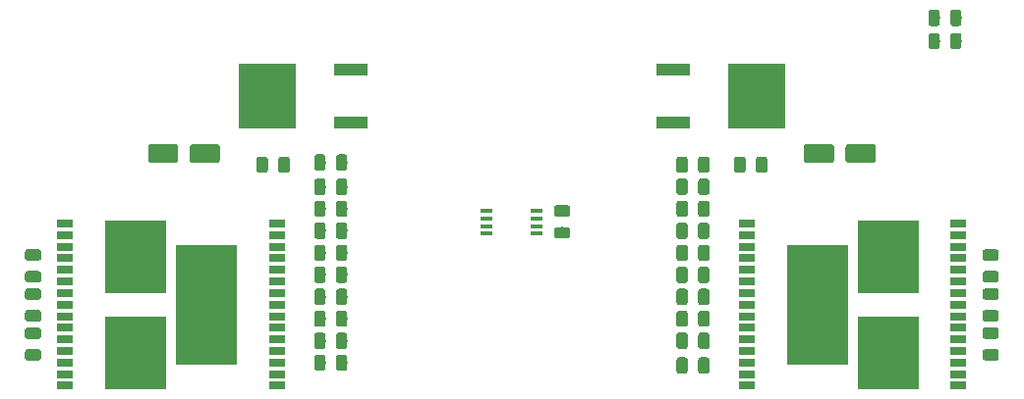
<source format=gbr>
G04 #@! TF.GenerationSoftware,KiCad,Pcbnew,(5.1.4)-1*
G04 #@! TF.CreationDate,2020-03-06T17:00:34+01:00*
G04 #@! TF.ProjectId,asserv_dc,61737365-7276-45f6-9463-2e6b69636164,rev?*
G04 #@! TF.SameCoordinates,Original*
G04 #@! TF.FileFunction,Paste,Top*
G04 #@! TF.FilePolarity,Positive*
%FSLAX46Y46*%
G04 Gerber Fmt 4.6, Leading zero omitted, Abs format (unit mm)*
G04 Created by KiCad (PCBNEW (5.1.4)-1) date 2020-03-06 17:00:34*
%MOMM*%
%LPD*%
G04 APERTURE LIST*
%ADD10R,5.000000X5.550000*%
%ADD11R,2.850000X1.000000*%
%ADD12R,5.250000X6.230000*%
%ADD13R,5.250000X10.300000*%
%ADD14R,1.350000X0.660000*%
%ADD15C,0.100000*%
%ADD16C,0.975000*%
%ADD17C,1.600000*%
%ADD18R,1.100000X0.400000*%
G04 APERTURE END LIST*
D10*
X115075000Y-67825000D03*
D11*
X107875000Y-70105000D03*
X107875000Y-65545000D03*
D10*
X72925000Y-67825000D03*
D11*
X80125000Y-65545000D03*
X80125000Y-70105000D03*
D12*
X61600000Y-90015000D03*
D13*
X67700000Y-85850000D03*
D14*
X55525000Y-92850000D03*
X73775000Y-92850000D03*
X55525000Y-91850000D03*
X73775000Y-91850000D03*
X55525000Y-90850000D03*
X73775000Y-90850000D03*
X55525000Y-89850000D03*
X73775000Y-89850000D03*
X55525000Y-88850000D03*
X73775000Y-88850000D03*
X55525000Y-87850000D03*
X73775000Y-87850000D03*
X55525000Y-86850000D03*
X73775000Y-86850000D03*
X55525000Y-85850000D03*
X73775000Y-85850000D03*
X55525000Y-84850000D03*
X73775000Y-84850000D03*
X55525000Y-83850000D03*
X73775000Y-83850000D03*
X55525000Y-82850000D03*
X73775000Y-82850000D03*
X55525000Y-81850000D03*
X73775000Y-81850000D03*
X55525000Y-80850000D03*
X73775000Y-80850000D03*
X55525000Y-79850000D03*
X73775000Y-79850000D03*
X55525000Y-78850000D03*
X73775000Y-78850000D03*
D12*
X61600000Y-81685000D03*
D15*
G36*
X53230142Y-86326174D02*
G01*
X53253803Y-86329684D01*
X53277007Y-86335496D01*
X53299529Y-86343554D01*
X53321153Y-86353782D01*
X53341670Y-86366079D01*
X53360883Y-86380329D01*
X53378607Y-86396393D01*
X53394671Y-86414117D01*
X53408921Y-86433330D01*
X53421218Y-86453847D01*
X53431446Y-86475471D01*
X53439504Y-86497993D01*
X53445316Y-86521197D01*
X53448826Y-86544858D01*
X53450000Y-86568750D01*
X53450000Y-87056250D01*
X53448826Y-87080142D01*
X53445316Y-87103803D01*
X53439504Y-87127007D01*
X53431446Y-87149529D01*
X53421218Y-87171153D01*
X53408921Y-87191670D01*
X53394671Y-87210883D01*
X53378607Y-87228607D01*
X53360883Y-87244671D01*
X53341670Y-87258921D01*
X53321153Y-87271218D01*
X53299529Y-87281446D01*
X53277007Y-87289504D01*
X53253803Y-87295316D01*
X53230142Y-87298826D01*
X53206250Y-87300000D01*
X52293750Y-87300000D01*
X52269858Y-87298826D01*
X52246197Y-87295316D01*
X52222993Y-87289504D01*
X52200471Y-87281446D01*
X52178847Y-87271218D01*
X52158330Y-87258921D01*
X52139117Y-87244671D01*
X52121393Y-87228607D01*
X52105329Y-87210883D01*
X52091079Y-87191670D01*
X52078782Y-87171153D01*
X52068554Y-87149529D01*
X52060496Y-87127007D01*
X52054684Y-87103803D01*
X52051174Y-87080142D01*
X52050000Y-87056250D01*
X52050000Y-86568750D01*
X52051174Y-86544858D01*
X52054684Y-86521197D01*
X52060496Y-86497993D01*
X52068554Y-86475471D01*
X52078782Y-86453847D01*
X52091079Y-86433330D01*
X52105329Y-86414117D01*
X52121393Y-86396393D01*
X52139117Y-86380329D01*
X52158330Y-86366079D01*
X52178847Y-86353782D01*
X52200471Y-86343554D01*
X52222993Y-86335496D01*
X52246197Y-86329684D01*
X52269858Y-86326174D01*
X52293750Y-86325000D01*
X53206250Y-86325000D01*
X53230142Y-86326174D01*
X53230142Y-86326174D01*
G37*
D16*
X52750000Y-86812500D03*
D15*
G36*
X53230142Y-84451174D02*
G01*
X53253803Y-84454684D01*
X53277007Y-84460496D01*
X53299529Y-84468554D01*
X53321153Y-84478782D01*
X53341670Y-84491079D01*
X53360883Y-84505329D01*
X53378607Y-84521393D01*
X53394671Y-84539117D01*
X53408921Y-84558330D01*
X53421218Y-84578847D01*
X53431446Y-84600471D01*
X53439504Y-84622993D01*
X53445316Y-84646197D01*
X53448826Y-84669858D01*
X53450000Y-84693750D01*
X53450000Y-85181250D01*
X53448826Y-85205142D01*
X53445316Y-85228803D01*
X53439504Y-85252007D01*
X53431446Y-85274529D01*
X53421218Y-85296153D01*
X53408921Y-85316670D01*
X53394671Y-85335883D01*
X53378607Y-85353607D01*
X53360883Y-85369671D01*
X53341670Y-85383921D01*
X53321153Y-85396218D01*
X53299529Y-85406446D01*
X53277007Y-85414504D01*
X53253803Y-85420316D01*
X53230142Y-85423826D01*
X53206250Y-85425000D01*
X52293750Y-85425000D01*
X52269858Y-85423826D01*
X52246197Y-85420316D01*
X52222993Y-85414504D01*
X52200471Y-85406446D01*
X52178847Y-85396218D01*
X52158330Y-85383921D01*
X52139117Y-85369671D01*
X52121393Y-85353607D01*
X52105329Y-85335883D01*
X52091079Y-85316670D01*
X52078782Y-85296153D01*
X52068554Y-85274529D01*
X52060496Y-85252007D01*
X52054684Y-85228803D01*
X52051174Y-85205142D01*
X52050000Y-85181250D01*
X52050000Y-84693750D01*
X52051174Y-84669858D01*
X52054684Y-84646197D01*
X52060496Y-84622993D01*
X52068554Y-84600471D01*
X52078782Y-84578847D01*
X52091079Y-84558330D01*
X52105329Y-84539117D01*
X52121393Y-84521393D01*
X52139117Y-84505329D01*
X52158330Y-84491079D01*
X52178847Y-84478782D01*
X52200471Y-84468554D01*
X52222993Y-84460496D01*
X52246197Y-84454684D01*
X52269858Y-84451174D01*
X52293750Y-84450000D01*
X53206250Y-84450000D01*
X53230142Y-84451174D01*
X53230142Y-84451174D01*
G37*
D16*
X52750000Y-84937500D03*
D15*
G36*
X79605142Y-80676174D02*
G01*
X79628803Y-80679684D01*
X79652007Y-80685496D01*
X79674529Y-80693554D01*
X79696153Y-80703782D01*
X79716670Y-80716079D01*
X79735883Y-80730329D01*
X79753607Y-80746393D01*
X79769671Y-80764117D01*
X79783921Y-80783330D01*
X79796218Y-80803847D01*
X79806446Y-80825471D01*
X79814504Y-80847993D01*
X79820316Y-80871197D01*
X79823826Y-80894858D01*
X79825000Y-80918750D01*
X79825000Y-81831250D01*
X79823826Y-81855142D01*
X79820316Y-81878803D01*
X79814504Y-81902007D01*
X79806446Y-81924529D01*
X79796218Y-81946153D01*
X79783921Y-81966670D01*
X79769671Y-81985883D01*
X79753607Y-82003607D01*
X79735883Y-82019671D01*
X79716670Y-82033921D01*
X79696153Y-82046218D01*
X79674529Y-82056446D01*
X79652007Y-82064504D01*
X79628803Y-82070316D01*
X79605142Y-82073826D01*
X79581250Y-82075000D01*
X79093750Y-82075000D01*
X79069858Y-82073826D01*
X79046197Y-82070316D01*
X79022993Y-82064504D01*
X79000471Y-82056446D01*
X78978847Y-82046218D01*
X78958330Y-82033921D01*
X78939117Y-82019671D01*
X78921393Y-82003607D01*
X78905329Y-81985883D01*
X78891079Y-81966670D01*
X78878782Y-81946153D01*
X78868554Y-81924529D01*
X78860496Y-81902007D01*
X78854684Y-81878803D01*
X78851174Y-81855142D01*
X78850000Y-81831250D01*
X78850000Y-80918750D01*
X78851174Y-80894858D01*
X78854684Y-80871197D01*
X78860496Y-80847993D01*
X78868554Y-80825471D01*
X78878782Y-80803847D01*
X78891079Y-80783330D01*
X78905329Y-80764117D01*
X78921393Y-80746393D01*
X78939117Y-80730329D01*
X78958330Y-80716079D01*
X78978847Y-80703782D01*
X79000471Y-80693554D01*
X79022993Y-80685496D01*
X79046197Y-80679684D01*
X79069858Y-80676174D01*
X79093750Y-80675000D01*
X79581250Y-80675000D01*
X79605142Y-80676174D01*
X79605142Y-80676174D01*
G37*
D16*
X79337500Y-81375000D03*
D15*
G36*
X77730142Y-80676174D02*
G01*
X77753803Y-80679684D01*
X77777007Y-80685496D01*
X77799529Y-80693554D01*
X77821153Y-80703782D01*
X77841670Y-80716079D01*
X77860883Y-80730329D01*
X77878607Y-80746393D01*
X77894671Y-80764117D01*
X77908921Y-80783330D01*
X77921218Y-80803847D01*
X77931446Y-80825471D01*
X77939504Y-80847993D01*
X77945316Y-80871197D01*
X77948826Y-80894858D01*
X77950000Y-80918750D01*
X77950000Y-81831250D01*
X77948826Y-81855142D01*
X77945316Y-81878803D01*
X77939504Y-81902007D01*
X77931446Y-81924529D01*
X77921218Y-81946153D01*
X77908921Y-81966670D01*
X77894671Y-81985883D01*
X77878607Y-82003607D01*
X77860883Y-82019671D01*
X77841670Y-82033921D01*
X77821153Y-82046218D01*
X77799529Y-82056446D01*
X77777007Y-82064504D01*
X77753803Y-82070316D01*
X77730142Y-82073826D01*
X77706250Y-82075000D01*
X77218750Y-82075000D01*
X77194858Y-82073826D01*
X77171197Y-82070316D01*
X77147993Y-82064504D01*
X77125471Y-82056446D01*
X77103847Y-82046218D01*
X77083330Y-82033921D01*
X77064117Y-82019671D01*
X77046393Y-82003607D01*
X77030329Y-81985883D01*
X77016079Y-81966670D01*
X77003782Y-81946153D01*
X76993554Y-81924529D01*
X76985496Y-81902007D01*
X76979684Y-81878803D01*
X76976174Y-81855142D01*
X76975000Y-81831250D01*
X76975000Y-80918750D01*
X76976174Y-80894858D01*
X76979684Y-80871197D01*
X76985496Y-80847993D01*
X76993554Y-80825471D01*
X77003782Y-80803847D01*
X77016079Y-80783330D01*
X77030329Y-80764117D01*
X77046393Y-80746393D01*
X77064117Y-80730329D01*
X77083330Y-80716079D01*
X77103847Y-80703782D01*
X77125471Y-80693554D01*
X77147993Y-80685496D01*
X77171197Y-80679684D01*
X77194858Y-80676174D01*
X77218750Y-80675000D01*
X77706250Y-80675000D01*
X77730142Y-80676174D01*
X77730142Y-80676174D01*
G37*
D16*
X77462500Y-81375000D03*
D15*
G36*
X79605142Y-86376174D02*
G01*
X79628803Y-86379684D01*
X79652007Y-86385496D01*
X79674529Y-86393554D01*
X79696153Y-86403782D01*
X79716670Y-86416079D01*
X79735883Y-86430329D01*
X79753607Y-86446393D01*
X79769671Y-86464117D01*
X79783921Y-86483330D01*
X79796218Y-86503847D01*
X79806446Y-86525471D01*
X79814504Y-86547993D01*
X79820316Y-86571197D01*
X79823826Y-86594858D01*
X79825000Y-86618750D01*
X79825000Y-87531250D01*
X79823826Y-87555142D01*
X79820316Y-87578803D01*
X79814504Y-87602007D01*
X79806446Y-87624529D01*
X79796218Y-87646153D01*
X79783921Y-87666670D01*
X79769671Y-87685883D01*
X79753607Y-87703607D01*
X79735883Y-87719671D01*
X79716670Y-87733921D01*
X79696153Y-87746218D01*
X79674529Y-87756446D01*
X79652007Y-87764504D01*
X79628803Y-87770316D01*
X79605142Y-87773826D01*
X79581250Y-87775000D01*
X79093750Y-87775000D01*
X79069858Y-87773826D01*
X79046197Y-87770316D01*
X79022993Y-87764504D01*
X79000471Y-87756446D01*
X78978847Y-87746218D01*
X78958330Y-87733921D01*
X78939117Y-87719671D01*
X78921393Y-87703607D01*
X78905329Y-87685883D01*
X78891079Y-87666670D01*
X78878782Y-87646153D01*
X78868554Y-87624529D01*
X78860496Y-87602007D01*
X78854684Y-87578803D01*
X78851174Y-87555142D01*
X78850000Y-87531250D01*
X78850000Y-86618750D01*
X78851174Y-86594858D01*
X78854684Y-86571197D01*
X78860496Y-86547993D01*
X78868554Y-86525471D01*
X78878782Y-86503847D01*
X78891079Y-86483330D01*
X78905329Y-86464117D01*
X78921393Y-86446393D01*
X78939117Y-86430329D01*
X78958330Y-86416079D01*
X78978847Y-86403782D01*
X79000471Y-86393554D01*
X79022993Y-86385496D01*
X79046197Y-86379684D01*
X79069858Y-86376174D01*
X79093750Y-86375000D01*
X79581250Y-86375000D01*
X79605142Y-86376174D01*
X79605142Y-86376174D01*
G37*
D16*
X79337500Y-87075000D03*
D15*
G36*
X77730142Y-86376174D02*
G01*
X77753803Y-86379684D01*
X77777007Y-86385496D01*
X77799529Y-86393554D01*
X77821153Y-86403782D01*
X77841670Y-86416079D01*
X77860883Y-86430329D01*
X77878607Y-86446393D01*
X77894671Y-86464117D01*
X77908921Y-86483330D01*
X77921218Y-86503847D01*
X77931446Y-86525471D01*
X77939504Y-86547993D01*
X77945316Y-86571197D01*
X77948826Y-86594858D01*
X77950000Y-86618750D01*
X77950000Y-87531250D01*
X77948826Y-87555142D01*
X77945316Y-87578803D01*
X77939504Y-87602007D01*
X77931446Y-87624529D01*
X77921218Y-87646153D01*
X77908921Y-87666670D01*
X77894671Y-87685883D01*
X77878607Y-87703607D01*
X77860883Y-87719671D01*
X77841670Y-87733921D01*
X77821153Y-87746218D01*
X77799529Y-87756446D01*
X77777007Y-87764504D01*
X77753803Y-87770316D01*
X77730142Y-87773826D01*
X77706250Y-87775000D01*
X77218750Y-87775000D01*
X77194858Y-87773826D01*
X77171197Y-87770316D01*
X77147993Y-87764504D01*
X77125471Y-87756446D01*
X77103847Y-87746218D01*
X77083330Y-87733921D01*
X77064117Y-87719671D01*
X77046393Y-87703607D01*
X77030329Y-87685883D01*
X77016079Y-87666670D01*
X77003782Y-87646153D01*
X76993554Y-87624529D01*
X76985496Y-87602007D01*
X76979684Y-87578803D01*
X76976174Y-87555142D01*
X76975000Y-87531250D01*
X76975000Y-86618750D01*
X76976174Y-86594858D01*
X76979684Y-86571197D01*
X76985496Y-86547993D01*
X76993554Y-86525471D01*
X77003782Y-86503847D01*
X77016079Y-86483330D01*
X77030329Y-86464117D01*
X77046393Y-86446393D01*
X77064117Y-86430329D01*
X77083330Y-86416079D01*
X77103847Y-86403782D01*
X77125471Y-86393554D01*
X77147993Y-86385496D01*
X77171197Y-86379684D01*
X77194858Y-86376174D01*
X77218750Y-86375000D01*
X77706250Y-86375000D01*
X77730142Y-86376174D01*
X77730142Y-86376174D01*
G37*
D16*
X77462500Y-87075000D03*
D15*
G36*
X79605142Y-88276174D02*
G01*
X79628803Y-88279684D01*
X79652007Y-88285496D01*
X79674529Y-88293554D01*
X79696153Y-88303782D01*
X79716670Y-88316079D01*
X79735883Y-88330329D01*
X79753607Y-88346393D01*
X79769671Y-88364117D01*
X79783921Y-88383330D01*
X79796218Y-88403847D01*
X79806446Y-88425471D01*
X79814504Y-88447993D01*
X79820316Y-88471197D01*
X79823826Y-88494858D01*
X79825000Y-88518750D01*
X79825000Y-89431250D01*
X79823826Y-89455142D01*
X79820316Y-89478803D01*
X79814504Y-89502007D01*
X79806446Y-89524529D01*
X79796218Y-89546153D01*
X79783921Y-89566670D01*
X79769671Y-89585883D01*
X79753607Y-89603607D01*
X79735883Y-89619671D01*
X79716670Y-89633921D01*
X79696153Y-89646218D01*
X79674529Y-89656446D01*
X79652007Y-89664504D01*
X79628803Y-89670316D01*
X79605142Y-89673826D01*
X79581250Y-89675000D01*
X79093750Y-89675000D01*
X79069858Y-89673826D01*
X79046197Y-89670316D01*
X79022993Y-89664504D01*
X79000471Y-89656446D01*
X78978847Y-89646218D01*
X78958330Y-89633921D01*
X78939117Y-89619671D01*
X78921393Y-89603607D01*
X78905329Y-89585883D01*
X78891079Y-89566670D01*
X78878782Y-89546153D01*
X78868554Y-89524529D01*
X78860496Y-89502007D01*
X78854684Y-89478803D01*
X78851174Y-89455142D01*
X78850000Y-89431250D01*
X78850000Y-88518750D01*
X78851174Y-88494858D01*
X78854684Y-88471197D01*
X78860496Y-88447993D01*
X78868554Y-88425471D01*
X78878782Y-88403847D01*
X78891079Y-88383330D01*
X78905329Y-88364117D01*
X78921393Y-88346393D01*
X78939117Y-88330329D01*
X78958330Y-88316079D01*
X78978847Y-88303782D01*
X79000471Y-88293554D01*
X79022993Y-88285496D01*
X79046197Y-88279684D01*
X79069858Y-88276174D01*
X79093750Y-88275000D01*
X79581250Y-88275000D01*
X79605142Y-88276174D01*
X79605142Y-88276174D01*
G37*
D16*
X79337500Y-88975000D03*
D15*
G36*
X77730142Y-88276174D02*
G01*
X77753803Y-88279684D01*
X77777007Y-88285496D01*
X77799529Y-88293554D01*
X77821153Y-88303782D01*
X77841670Y-88316079D01*
X77860883Y-88330329D01*
X77878607Y-88346393D01*
X77894671Y-88364117D01*
X77908921Y-88383330D01*
X77921218Y-88403847D01*
X77931446Y-88425471D01*
X77939504Y-88447993D01*
X77945316Y-88471197D01*
X77948826Y-88494858D01*
X77950000Y-88518750D01*
X77950000Y-89431250D01*
X77948826Y-89455142D01*
X77945316Y-89478803D01*
X77939504Y-89502007D01*
X77931446Y-89524529D01*
X77921218Y-89546153D01*
X77908921Y-89566670D01*
X77894671Y-89585883D01*
X77878607Y-89603607D01*
X77860883Y-89619671D01*
X77841670Y-89633921D01*
X77821153Y-89646218D01*
X77799529Y-89656446D01*
X77777007Y-89664504D01*
X77753803Y-89670316D01*
X77730142Y-89673826D01*
X77706250Y-89675000D01*
X77218750Y-89675000D01*
X77194858Y-89673826D01*
X77171197Y-89670316D01*
X77147993Y-89664504D01*
X77125471Y-89656446D01*
X77103847Y-89646218D01*
X77083330Y-89633921D01*
X77064117Y-89619671D01*
X77046393Y-89603607D01*
X77030329Y-89585883D01*
X77016079Y-89566670D01*
X77003782Y-89546153D01*
X76993554Y-89524529D01*
X76985496Y-89502007D01*
X76979684Y-89478803D01*
X76976174Y-89455142D01*
X76975000Y-89431250D01*
X76975000Y-88518750D01*
X76976174Y-88494858D01*
X76979684Y-88471197D01*
X76985496Y-88447993D01*
X76993554Y-88425471D01*
X77003782Y-88403847D01*
X77016079Y-88383330D01*
X77030329Y-88364117D01*
X77046393Y-88346393D01*
X77064117Y-88330329D01*
X77083330Y-88316079D01*
X77103847Y-88303782D01*
X77125471Y-88293554D01*
X77147993Y-88285496D01*
X77171197Y-88279684D01*
X77194858Y-88276174D01*
X77218750Y-88275000D01*
X77706250Y-88275000D01*
X77730142Y-88276174D01*
X77730142Y-88276174D01*
G37*
D16*
X77462500Y-88975000D03*
D15*
G36*
X79605142Y-74976174D02*
G01*
X79628803Y-74979684D01*
X79652007Y-74985496D01*
X79674529Y-74993554D01*
X79696153Y-75003782D01*
X79716670Y-75016079D01*
X79735883Y-75030329D01*
X79753607Y-75046393D01*
X79769671Y-75064117D01*
X79783921Y-75083330D01*
X79796218Y-75103847D01*
X79806446Y-75125471D01*
X79814504Y-75147993D01*
X79820316Y-75171197D01*
X79823826Y-75194858D01*
X79825000Y-75218750D01*
X79825000Y-76131250D01*
X79823826Y-76155142D01*
X79820316Y-76178803D01*
X79814504Y-76202007D01*
X79806446Y-76224529D01*
X79796218Y-76246153D01*
X79783921Y-76266670D01*
X79769671Y-76285883D01*
X79753607Y-76303607D01*
X79735883Y-76319671D01*
X79716670Y-76333921D01*
X79696153Y-76346218D01*
X79674529Y-76356446D01*
X79652007Y-76364504D01*
X79628803Y-76370316D01*
X79605142Y-76373826D01*
X79581250Y-76375000D01*
X79093750Y-76375000D01*
X79069858Y-76373826D01*
X79046197Y-76370316D01*
X79022993Y-76364504D01*
X79000471Y-76356446D01*
X78978847Y-76346218D01*
X78958330Y-76333921D01*
X78939117Y-76319671D01*
X78921393Y-76303607D01*
X78905329Y-76285883D01*
X78891079Y-76266670D01*
X78878782Y-76246153D01*
X78868554Y-76224529D01*
X78860496Y-76202007D01*
X78854684Y-76178803D01*
X78851174Y-76155142D01*
X78850000Y-76131250D01*
X78850000Y-75218750D01*
X78851174Y-75194858D01*
X78854684Y-75171197D01*
X78860496Y-75147993D01*
X78868554Y-75125471D01*
X78878782Y-75103847D01*
X78891079Y-75083330D01*
X78905329Y-75064117D01*
X78921393Y-75046393D01*
X78939117Y-75030329D01*
X78958330Y-75016079D01*
X78978847Y-75003782D01*
X79000471Y-74993554D01*
X79022993Y-74985496D01*
X79046197Y-74979684D01*
X79069858Y-74976174D01*
X79093750Y-74975000D01*
X79581250Y-74975000D01*
X79605142Y-74976174D01*
X79605142Y-74976174D01*
G37*
D16*
X79337500Y-75675000D03*
D15*
G36*
X77730142Y-74976174D02*
G01*
X77753803Y-74979684D01*
X77777007Y-74985496D01*
X77799529Y-74993554D01*
X77821153Y-75003782D01*
X77841670Y-75016079D01*
X77860883Y-75030329D01*
X77878607Y-75046393D01*
X77894671Y-75064117D01*
X77908921Y-75083330D01*
X77921218Y-75103847D01*
X77931446Y-75125471D01*
X77939504Y-75147993D01*
X77945316Y-75171197D01*
X77948826Y-75194858D01*
X77950000Y-75218750D01*
X77950000Y-76131250D01*
X77948826Y-76155142D01*
X77945316Y-76178803D01*
X77939504Y-76202007D01*
X77931446Y-76224529D01*
X77921218Y-76246153D01*
X77908921Y-76266670D01*
X77894671Y-76285883D01*
X77878607Y-76303607D01*
X77860883Y-76319671D01*
X77841670Y-76333921D01*
X77821153Y-76346218D01*
X77799529Y-76356446D01*
X77777007Y-76364504D01*
X77753803Y-76370316D01*
X77730142Y-76373826D01*
X77706250Y-76375000D01*
X77218750Y-76375000D01*
X77194858Y-76373826D01*
X77171197Y-76370316D01*
X77147993Y-76364504D01*
X77125471Y-76356446D01*
X77103847Y-76346218D01*
X77083330Y-76333921D01*
X77064117Y-76319671D01*
X77046393Y-76303607D01*
X77030329Y-76285883D01*
X77016079Y-76266670D01*
X77003782Y-76246153D01*
X76993554Y-76224529D01*
X76985496Y-76202007D01*
X76979684Y-76178803D01*
X76976174Y-76155142D01*
X76975000Y-76131250D01*
X76975000Y-75218750D01*
X76976174Y-75194858D01*
X76979684Y-75171197D01*
X76985496Y-75147993D01*
X76993554Y-75125471D01*
X77003782Y-75103847D01*
X77016079Y-75083330D01*
X77030329Y-75064117D01*
X77046393Y-75046393D01*
X77064117Y-75030329D01*
X77083330Y-75016079D01*
X77103847Y-75003782D01*
X77125471Y-74993554D01*
X77147993Y-74985496D01*
X77171197Y-74979684D01*
X77194858Y-74976174D01*
X77218750Y-74975000D01*
X77706250Y-74975000D01*
X77730142Y-74976174D01*
X77730142Y-74976174D01*
G37*
D16*
X77462500Y-75675000D03*
D15*
G36*
X79605142Y-82576174D02*
G01*
X79628803Y-82579684D01*
X79652007Y-82585496D01*
X79674529Y-82593554D01*
X79696153Y-82603782D01*
X79716670Y-82616079D01*
X79735883Y-82630329D01*
X79753607Y-82646393D01*
X79769671Y-82664117D01*
X79783921Y-82683330D01*
X79796218Y-82703847D01*
X79806446Y-82725471D01*
X79814504Y-82747993D01*
X79820316Y-82771197D01*
X79823826Y-82794858D01*
X79825000Y-82818750D01*
X79825000Y-83731250D01*
X79823826Y-83755142D01*
X79820316Y-83778803D01*
X79814504Y-83802007D01*
X79806446Y-83824529D01*
X79796218Y-83846153D01*
X79783921Y-83866670D01*
X79769671Y-83885883D01*
X79753607Y-83903607D01*
X79735883Y-83919671D01*
X79716670Y-83933921D01*
X79696153Y-83946218D01*
X79674529Y-83956446D01*
X79652007Y-83964504D01*
X79628803Y-83970316D01*
X79605142Y-83973826D01*
X79581250Y-83975000D01*
X79093750Y-83975000D01*
X79069858Y-83973826D01*
X79046197Y-83970316D01*
X79022993Y-83964504D01*
X79000471Y-83956446D01*
X78978847Y-83946218D01*
X78958330Y-83933921D01*
X78939117Y-83919671D01*
X78921393Y-83903607D01*
X78905329Y-83885883D01*
X78891079Y-83866670D01*
X78878782Y-83846153D01*
X78868554Y-83824529D01*
X78860496Y-83802007D01*
X78854684Y-83778803D01*
X78851174Y-83755142D01*
X78850000Y-83731250D01*
X78850000Y-82818750D01*
X78851174Y-82794858D01*
X78854684Y-82771197D01*
X78860496Y-82747993D01*
X78868554Y-82725471D01*
X78878782Y-82703847D01*
X78891079Y-82683330D01*
X78905329Y-82664117D01*
X78921393Y-82646393D01*
X78939117Y-82630329D01*
X78958330Y-82616079D01*
X78978847Y-82603782D01*
X79000471Y-82593554D01*
X79022993Y-82585496D01*
X79046197Y-82579684D01*
X79069858Y-82576174D01*
X79093750Y-82575000D01*
X79581250Y-82575000D01*
X79605142Y-82576174D01*
X79605142Y-82576174D01*
G37*
D16*
X79337500Y-83275000D03*
D15*
G36*
X77730142Y-82576174D02*
G01*
X77753803Y-82579684D01*
X77777007Y-82585496D01*
X77799529Y-82593554D01*
X77821153Y-82603782D01*
X77841670Y-82616079D01*
X77860883Y-82630329D01*
X77878607Y-82646393D01*
X77894671Y-82664117D01*
X77908921Y-82683330D01*
X77921218Y-82703847D01*
X77931446Y-82725471D01*
X77939504Y-82747993D01*
X77945316Y-82771197D01*
X77948826Y-82794858D01*
X77950000Y-82818750D01*
X77950000Y-83731250D01*
X77948826Y-83755142D01*
X77945316Y-83778803D01*
X77939504Y-83802007D01*
X77931446Y-83824529D01*
X77921218Y-83846153D01*
X77908921Y-83866670D01*
X77894671Y-83885883D01*
X77878607Y-83903607D01*
X77860883Y-83919671D01*
X77841670Y-83933921D01*
X77821153Y-83946218D01*
X77799529Y-83956446D01*
X77777007Y-83964504D01*
X77753803Y-83970316D01*
X77730142Y-83973826D01*
X77706250Y-83975000D01*
X77218750Y-83975000D01*
X77194858Y-83973826D01*
X77171197Y-83970316D01*
X77147993Y-83964504D01*
X77125471Y-83956446D01*
X77103847Y-83946218D01*
X77083330Y-83933921D01*
X77064117Y-83919671D01*
X77046393Y-83903607D01*
X77030329Y-83885883D01*
X77016079Y-83866670D01*
X77003782Y-83846153D01*
X76993554Y-83824529D01*
X76985496Y-83802007D01*
X76979684Y-83778803D01*
X76976174Y-83755142D01*
X76975000Y-83731250D01*
X76975000Y-82818750D01*
X76976174Y-82794858D01*
X76979684Y-82771197D01*
X76985496Y-82747993D01*
X76993554Y-82725471D01*
X77003782Y-82703847D01*
X77016079Y-82683330D01*
X77030329Y-82664117D01*
X77046393Y-82646393D01*
X77064117Y-82630329D01*
X77083330Y-82616079D01*
X77103847Y-82603782D01*
X77125471Y-82593554D01*
X77147993Y-82585496D01*
X77171197Y-82579684D01*
X77194858Y-82576174D01*
X77218750Y-82575000D01*
X77706250Y-82575000D01*
X77730142Y-82576174D01*
X77730142Y-82576174D01*
G37*
D16*
X77462500Y-83275000D03*
D15*
G36*
X79605142Y-76876174D02*
G01*
X79628803Y-76879684D01*
X79652007Y-76885496D01*
X79674529Y-76893554D01*
X79696153Y-76903782D01*
X79716670Y-76916079D01*
X79735883Y-76930329D01*
X79753607Y-76946393D01*
X79769671Y-76964117D01*
X79783921Y-76983330D01*
X79796218Y-77003847D01*
X79806446Y-77025471D01*
X79814504Y-77047993D01*
X79820316Y-77071197D01*
X79823826Y-77094858D01*
X79825000Y-77118750D01*
X79825000Y-78031250D01*
X79823826Y-78055142D01*
X79820316Y-78078803D01*
X79814504Y-78102007D01*
X79806446Y-78124529D01*
X79796218Y-78146153D01*
X79783921Y-78166670D01*
X79769671Y-78185883D01*
X79753607Y-78203607D01*
X79735883Y-78219671D01*
X79716670Y-78233921D01*
X79696153Y-78246218D01*
X79674529Y-78256446D01*
X79652007Y-78264504D01*
X79628803Y-78270316D01*
X79605142Y-78273826D01*
X79581250Y-78275000D01*
X79093750Y-78275000D01*
X79069858Y-78273826D01*
X79046197Y-78270316D01*
X79022993Y-78264504D01*
X79000471Y-78256446D01*
X78978847Y-78246218D01*
X78958330Y-78233921D01*
X78939117Y-78219671D01*
X78921393Y-78203607D01*
X78905329Y-78185883D01*
X78891079Y-78166670D01*
X78878782Y-78146153D01*
X78868554Y-78124529D01*
X78860496Y-78102007D01*
X78854684Y-78078803D01*
X78851174Y-78055142D01*
X78850000Y-78031250D01*
X78850000Y-77118750D01*
X78851174Y-77094858D01*
X78854684Y-77071197D01*
X78860496Y-77047993D01*
X78868554Y-77025471D01*
X78878782Y-77003847D01*
X78891079Y-76983330D01*
X78905329Y-76964117D01*
X78921393Y-76946393D01*
X78939117Y-76930329D01*
X78958330Y-76916079D01*
X78978847Y-76903782D01*
X79000471Y-76893554D01*
X79022993Y-76885496D01*
X79046197Y-76879684D01*
X79069858Y-76876174D01*
X79093750Y-76875000D01*
X79581250Y-76875000D01*
X79605142Y-76876174D01*
X79605142Y-76876174D01*
G37*
D16*
X79337500Y-77575000D03*
D15*
G36*
X77730142Y-76876174D02*
G01*
X77753803Y-76879684D01*
X77777007Y-76885496D01*
X77799529Y-76893554D01*
X77821153Y-76903782D01*
X77841670Y-76916079D01*
X77860883Y-76930329D01*
X77878607Y-76946393D01*
X77894671Y-76964117D01*
X77908921Y-76983330D01*
X77921218Y-77003847D01*
X77931446Y-77025471D01*
X77939504Y-77047993D01*
X77945316Y-77071197D01*
X77948826Y-77094858D01*
X77950000Y-77118750D01*
X77950000Y-78031250D01*
X77948826Y-78055142D01*
X77945316Y-78078803D01*
X77939504Y-78102007D01*
X77931446Y-78124529D01*
X77921218Y-78146153D01*
X77908921Y-78166670D01*
X77894671Y-78185883D01*
X77878607Y-78203607D01*
X77860883Y-78219671D01*
X77841670Y-78233921D01*
X77821153Y-78246218D01*
X77799529Y-78256446D01*
X77777007Y-78264504D01*
X77753803Y-78270316D01*
X77730142Y-78273826D01*
X77706250Y-78275000D01*
X77218750Y-78275000D01*
X77194858Y-78273826D01*
X77171197Y-78270316D01*
X77147993Y-78264504D01*
X77125471Y-78256446D01*
X77103847Y-78246218D01*
X77083330Y-78233921D01*
X77064117Y-78219671D01*
X77046393Y-78203607D01*
X77030329Y-78185883D01*
X77016079Y-78166670D01*
X77003782Y-78146153D01*
X76993554Y-78124529D01*
X76985496Y-78102007D01*
X76979684Y-78078803D01*
X76976174Y-78055142D01*
X76975000Y-78031250D01*
X76975000Y-77118750D01*
X76976174Y-77094858D01*
X76979684Y-77071197D01*
X76985496Y-77047993D01*
X76993554Y-77025471D01*
X77003782Y-77003847D01*
X77016079Y-76983330D01*
X77030329Y-76964117D01*
X77046393Y-76946393D01*
X77064117Y-76930329D01*
X77083330Y-76916079D01*
X77103847Y-76903782D01*
X77125471Y-76893554D01*
X77147993Y-76885496D01*
X77171197Y-76879684D01*
X77194858Y-76876174D01*
X77218750Y-76875000D01*
X77706250Y-76875000D01*
X77730142Y-76876174D01*
X77730142Y-76876174D01*
G37*
D16*
X77462500Y-77575000D03*
D15*
G36*
X79605142Y-84476174D02*
G01*
X79628803Y-84479684D01*
X79652007Y-84485496D01*
X79674529Y-84493554D01*
X79696153Y-84503782D01*
X79716670Y-84516079D01*
X79735883Y-84530329D01*
X79753607Y-84546393D01*
X79769671Y-84564117D01*
X79783921Y-84583330D01*
X79796218Y-84603847D01*
X79806446Y-84625471D01*
X79814504Y-84647993D01*
X79820316Y-84671197D01*
X79823826Y-84694858D01*
X79825000Y-84718750D01*
X79825000Y-85631250D01*
X79823826Y-85655142D01*
X79820316Y-85678803D01*
X79814504Y-85702007D01*
X79806446Y-85724529D01*
X79796218Y-85746153D01*
X79783921Y-85766670D01*
X79769671Y-85785883D01*
X79753607Y-85803607D01*
X79735883Y-85819671D01*
X79716670Y-85833921D01*
X79696153Y-85846218D01*
X79674529Y-85856446D01*
X79652007Y-85864504D01*
X79628803Y-85870316D01*
X79605142Y-85873826D01*
X79581250Y-85875000D01*
X79093750Y-85875000D01*
X79069858Y-85873826D01*
X79046197Y-85870316D01*
X79022993Y-85864504D01*
X79000471Y-85856446D01*
X78978847Y-85846218D01*
X78958330Y-85833921D01*
X78939117Y-85819671D01*
X78921393Y-85803607D01*
X78905329Y-85785883D01*
X78891079Y-85766670D01*
X78878782Y-85746153D01*
X78868554Y-85724529D01*
X78860496Y-85702007D01*
X78854684Y-85678803D01*
X78851174Y-85655142D01*
X78850000Y-85631250D01*
X78850000Y-84718750D01*
X78851174Y-84694858D01*
X78854684Y-84671197D01*
X78860496Y-84647993D01*
X78868554Y-84625471D01*
X78878782Y-84603847D01*
X78891079Y-84583330D01*
X78905329Y-84564117D01*
X78921393Y-84546393D01*
X78939117Y-84530329D01*
X78958330Y-84516079D01*
X78978847Y-84503782D01*
X79000471Y-84493554D01*
X79022993Y-84485496D01*
X79046197Y-84479684D01*
X79069858Y-84476174D01*
X79093750Y-84475000D01*
X79581250Y-84475000D01*
X79605142Y-84476174D01*
X79605142Y-84476174D01*
G37*
D16*
X79337500Y-85175000D03*
D15*
G36*
X77730142Y-84476174D02*
G01*
X77753803Y-84479684D01*
X77777007Y-84485496D01*
X77799529Y-84493554D01*
X77821153Y-84503782D01*
X77841670Y-84516079D01*
X77860883Y-84530329D01*
X77878607Y-84546393D01*
X77894671Y-84564117D01*
X77908921Y-84583330D01*
X77921218Y-84603847D01*
X77931446Y-84625471D01*
X77939504Y-84647993D01*
X77945316Y-84671197D01*
X77948826Y-84694858D01*
X77950000Y-84718750D01*
X77950000Y-85631250D01*
X77948826Y-85655142D01*
X77945316Y-85678803D01*
X77939504Y-85702007D01*
X77931446Y-85724529D01*
X77921218Y-85746153D01*
X77908921Y-85766670D01*
X77894671Y-85785883D01*
X77878607Y-85803607D01*
X77860883Y-85819671D01*
X77841670Y-85833921D01*
X77821153Y-85846218D01*
X77799529Y-85856446D01*
X77777007Y-85864504D01*
X77753803Y-85870316D01*
X77730142Y-85873826D01*
X77706250Y-85875000D01*
X77218750Y-85875000D01*
X77194858Y-85873826D01*
X77171197Y-85870316D01*
X77147993Y-85864504D01*
X77125471Y-85856446D01*
X77103847Y-85846218D01*
X77083330Y-85833921D01*
X77064117Y-85819671D01*
X77046393Y-85803607D01*
X77030329Y-85785883D01*
X77016079Y-85766670D01*
X77003782Y-85746153D01*
X76993554Y-85724529D01*
X76985496Y-85702007D01*
X76979684Y-85678803D01*
X76976174Y-85655142D01*
X76975000Y-85631250D01*
X76975000Y-84718750D01*
X76976174Y-84694858D01*
X76979684Y-84671197D01*
X76985496Y-84647993D01*
X76993554Y-84625471D01*
X77003782Y-84603847D01*
X77016079Y-84583330D01*
X77030329Y-84564117D01*
X77046393Y-84546393D01*
X77064117Y-84530329D01*
X77083330Y-84516079D01*
X77103847Y-84503782D01*
X77125471Y-84493554D01*
X77147993Y-84485496D01*
X77171197Y-84479684D01*
X77194858Y-84476174D01*
X77218750Y-84475000D01*
X77706250Y-84475000D01*
X77730142Y-84476174D01*
X77730142Y-84476174D01*
G37*
D16*
X77462500Y-85175000D03*
D15*
G36*
X79605142Y-90176174D02*
G01*
X79628803Y-90179684D01*
X79652007Y-90185496D01*
X79674529Y-90193554D01*
X79696153Y-90203782D01*
X79716670Y-90216079D01*
X79735883Y-90230329D01*
X79753607Y-90246393D01*
X79769671Y-90264117D01*
X79783921Y-90283330D01*
X79796218Y-90303847D01*
X79806446Y-90325471D01*
X79814504Y-90347993D01*
X79820316Y-90371197D01*
X79823826Y-90394858D01*
X79825000Y-90418750D01*
X79825000Y-91331250D01*
X79823826Y-91355142D01*
X79820316Y-91378803D01*
X79814504Y-91402007D01*
X79806446Y-91424529D01*
X79796218Y-91446153D01*
X79783921Y-91466670D01*
X79769671Y-91485883D01*
X79753607Y-91503607D01*
X79735883Y-91519671D01*
X79716670Y-91533921D01*
X79696153Y-91546218D01*
X79674529Y-91556446D01*
X79652007Y-91564504D01*
X79628803Y-91570316D01*
X79605142Y-91573826D01*
X79581250Y-91575000D01*
X79093750Y-91575000D01*
X79069858Y-91573826D01*
X79046197Y-91570316D01*
X79022993Y-91564504D01*
X79000471Y-91556446D01*
X78978847Y-91546218D01*
X78958330Y-91533921D01*
X78939117Y-91519671D01*
X78921393Y-91503607D01*
X78905329Y-91485883D01*
X78891079Y-91466670D01*
X78878782Y-91446153D01*
X78868554Y-91424529D01*
X78860496Y-91402007D01*
X78854684Y-91378803D01*
X78851174Y-91355142D01*
X78850000Y-91331250D01*
X78850000Y-90418750D01*
X78851174Y-90394858D01*
X78854684Y-90371197D01*
X78860496Y-90347993D01*
X78868554Y-90325471D01*
X78878782Y-90303847D01*
X78891079Y-90283330D01*
X78905329Y-90264117D01*
X78921393Y-90246393D01*
X78939117Y-90230329D01*
X78958330Y-90216079D01*
X78978847Y-90203782D01*
X79000471Y-90193554D01*
X79022993Y-90185496D01*
X79046197Y-90179684D01*
X79069858Y-90176174D01*
X79093750Y-90175000D01*
X79581250Y-90175000D01*
X79605142Y-90176174D01*
X79605142Y-90176174D01*
G37*
D16*
X79337500Y-90875000D03*
D15*
G36*
X77730142Y-90176174D02*
G01*
X77753803Y-90179684D01*
X77777007Y-90185496D01*
X77799529Y-90193554D01*
X77821153Y-90203782D01*
X77841670Y-90216079D01*
X77860883Y-90230329D01*
X77878607Y-90246393D01*
X77894671Y-90264117D01*
X77908921Y-90283330D01*
X77921218Y-90303847D01*
X77931446Y-90325471D01*
X77939504Y-90347993D01*
X77945316Y-90371197D01*
X77948826Y-90394858D01*
X77950000Y-90418750D01*
X77950000Y-91331250D01*
X77948826Y-91355142D01*
X77945316Y-91378803D01*
X77939504Y-91402007D01*
X77931446Y-91424529D01*
X77921218Y-91446153D01*
X77908921Y-91466670D01*
X77894671Y-91485883D01*
X77878607Y-91503607D01*
X77860883Y-91519671D01*
X77841670Y-91533921D01*
X77821153Y-91546218D01*
X77799529Y-91556446D01*
X77777007Y-91564504D01*
X77753803Y-91570316D01*
X77730142Y-91573826D01*
X77706250Y-91575000D01*
X77218750Y-91575000D01*
X77194858Y-91573826D01*
X77171197Y-91570316D01*
X77147993Y-91564504D01*
X77125471Y-91556446D01*
X77103847Y-91546218D01*
X77083330Y-91533921D01*
X77064117Y-91519671D01*
X77046393Y-91503607D01*
X77030329Y-91485883D01*
X77016079Y-91466670D01*
X77003782Y-91446153D01*
X76993554Y-91424529D01*
X76985496Y-91402007D01*
X76979684Y-91378803D01*
X76976174Y-91355142D01*
X76975000Y-91331250D01*
X76975000Y-90418750D01*
X76976174Y-90394858D01*
X76979684Y-90371197D01*
X76985496Y-90347993D01*
X76993554Y-90325471D01*
X77003782Y-90303847D01*
X77016079Y-90283330D01*
X77030329Y-90264117D01*
X77046393Y-90246393D01*
X77064117Y-90230329D01*
X77083330Y-90216079D01*
X77103847Y-90203782D01*
X77125471Y-90193554D01*
X77147993Y-90185496D01*
X77171197Y-90179684D01*
X77194858Y-90176174D01*
X77218750Y-90175000D01*
X77706250Y-90175000D01*
X77730142Y-90176174D01*
X77730142Y-90176174D01*
G37*
D16*
X77462500Y-90875000D03*
D15*
G36*
X53230142Y-82951174D02*
G01*
X53253803Y-82954684D01*
X53277007Y-82960496D01*
X53299529Y-82968554D01*
X53321153Y-82978782D01*
X53341670Y-82991079D01*
X53360883Y-83005329D01*
X53378607Y-83021393D01*
X53394671Y-83039117D01*
X53408921Y-83058330D01*
X53421218Y-83078847D01*
X53431446Y-83100471D01*
X53439504Y-83122993D01*
X53445316Y-83146197D01*
X53448826Y-83169858D01*
X53450000Y-83193750D01*
X53450000Y-83681250D01*
X53448826Y-83705142D01*
X53445316Y-83728803D01*
X53439504Y-83752007D01*
X53431446Y-83774529D01*
X53421218Y-83796153D01*
X53408921Y-83816670D01*
X53394671Y-83835883D01*
X53378607Y-83853607D01*
X53360883Y-83869671D01*
X53341670Y-83883921D01*
X53321153Y-83896218D01*
X53299529Y-83906446D01*
X53277007Y-83914504D01*
X53253803Y-83920316D01*
X53230142Y-83923826D01*
X53206250Y-83925000D01*
X52293750Y-83925000D01*
X52269858Y-83923826D01*
X52246197Y-83920316D01*
X52222993Y-83914504D01*
X52200471Y-83906446D01*
X52178847Y-83896218D01*
X52158330Y-83883921D01*
X52139117Y-83869671D01*
X52121393Y-83853607D01*
X52105329Y-83835883D01*
X52091079Y-83816670D01*
X52078782Y-83796153D01*
X52068554Y-83774529D01*
X52060496Y-83752007D01*
X52054684Y-83728803D01*
X52051174Y-83705142D01*
X52050000Y-83681250D01*
X52050000Y-83193750D01*
X52051174Y-83169858D01*
X52054684Y-83146197D01*
X52060496Y-83122993D01*
X52068554Y-83100471D01*
X52078782Y-83078847D01*
X52091079Y-83058330D01*
X52105329Y-83039117D01*
X52121393Y-83021393D01*
X52139117Y-83005329D01*
X52158330Y-82991079D01*
X52178847Y-82978782D01*
X52200471Y-82968554D01*
X52222993Y-82960496D01*
X52246197Y-82954684D01*
X52269858Y-82951174D01*
X52293750Y-82950000D01*
X53206250Y-82950000D01*
X53230142Y-82951174D01*
X53230142Y-82951174D01*
G37*
D16*
X52750000Y-83437500D03*
D15*
G36*
X53230142Y-81076174D02*
G01*
X53253803Y-81079684D01*
X53277007Y-81085496D01*
X53299529Y-81093554D01*
X53321153Y-81103782D01*
X53341670Y-81116079D01*
X53360883Y-81130329D01*
X53378607Y-81146393D01*
X53394671Y-81164117D01*
X53408921Y-81183330D01*
X53421218Y-81203847D01*
X53431446Y-81225471D01*
X53439504Y-81247993D01*
X53445316Y-81271197D01*
X53448826Y-81294858D01*
X53450000Y-81318750D01*
X53450000Y-81806250D01*
X53448826Y-81830142D01*
X53445316Y-81853803D01*
X53439504Y-81877007D01*
X53431446Y-81899529D01*
X53421218Y-81921153D01*
X53408921Y-81941670D01*
X53394671Y-81960883D01*
X53378607Y-81978607D01*
X53360883Y-81994671D01*
X53341670Y-82008921D01*
X53321153Y-82021218D01*
X53299529Y-82031446D01*
X53277007Y-82039504D01*
X53253803Y-82045316D01*
X53230142Y-82048826D01*
X53206250Y-82050000D01*
X52293750Y-82050000D01*
X52269858Y-82048826D01*
X52246197Y-82045316D01*
X52222993Y-82039504D01*
X52200471Y-82031446D01*
X52178847Y-82021218D01*
X52158330Y-82008921D01*
X52139117Y-81994671D01*
X52121393Y-81978607D01*
X52105329Y-81960883D01*
X52091079Y-81941670D01*
X52078782Y-81921153D01*
X52068554Y-81899529D01*
X52060496Y-81877007D01*
X52054684Y-81853803D01*
X52051174Y-81830142D01*
X52050000Y-81806250D01*
X52050000Y-81318750D01*
X52051174Y-81294858D01*
X52054684Y-81271197D01*
X52060496Y-81247993D01*
X52068554Y-81225471D01*
X52078782Y-81203847D01*
X52091079Y-81183330D01*
X52105329Y-81164117D01*
X52121393Y-81146393D01*
X52139117Y-81130329D01*
X52158330Y-81116079D01*
X52178847Y-81103782D01*
X52200471Y-81093554D01*
X52222993Y-81085496D01*
X52246197Y-81079684D01*
X52269858Y-81076174D01*
X52293750Y-81075000D01*
X53206250Y-81075000D01*
X53230142Y-81076174D01*
X53230142Y-81076174D01*
G37*
D16*
X52750000Y-81562500D03*
D15*
G36*
X53230142Y-87826174D02*
G01*
X53253803Y-87829684D01*
X53277007Y-87835496D01*
X53299529Y-87843554D01*
X53321153Y-87853782D01*
X53341670Y-87866079D01*
X53360883Y-87880329D01*
X53378607Y-87896393D01*
X53394671Y-87914117D01*
X53408921Y-87933330D01*
X53421218Y-87953847D01*
X53431446Y-87975471D01*
X53439504Y-87997993D01*
X53445316Y-88021197D01*
X53448826Y-88044858D01*
X53450000Y-88068750D01*
X53450000Y-88556250D01*
X53448826Y-88580142D01*
X53445316Y-88603803D01*
X53439504Y-88627007D01*
X53431446Y-88649529D01*
X53421218Y-88671153D01*
X53408921Y-88691670D01*
X53394671Y-88710883D01*
X53378607Y-88728607D01*
X53360883Y-88744671D01*
X53341670Y-88758921D01*
X53321153Y-88771218D01*
X53299529Y-88781446D01*
X53277007Y-88789504D01*
X53253803Y-88795316D01*
X53230142Y-88798826D01*
X53206250Y-88800000D01*
X52293750Y-88800000D01*
X52269858Y-88798826D01*
X52246197Y-88795316D01*
X52222993Y-88789504D01*
X52200471Y-88781446D01*
X52178847Y-88771218D01*
X52158330Y-88758921D01*
X52139117Y-88744671D01*
X52121393Y-88728607D01*
X52105329Y-88710883D01*
X52091079Y-88691670D01*
X52078782Y-88671153D01*
X52068554Y-88649529D01*
X52060496Y-88627007D01*
X52054684Y-88603803D01*
X52051174Y-88580142D01*
X52050000Y-88556250D01*
X52050000Y-88068750D01*
X52051174Y-88044858D01*
X52054684Y-88021197D01*
X52060496Y-87997993D01*
X52068554Y-87975471D01*
X52078782Y-87953847D01*
X52091079Y-87933330D01*
X52105329Y-87914117D01*
X52121393Y-87896393D01*
X52139117Y-87880329D01*
X52158330Y-87866079D01*
X52178847Y-87853782D01*
X52200471Y-87843554D01*
X52222993Y-87835496D01*
X52246197Y-87829684D01*
X52269858Y-87826174D01*
X52293750Y-87825000D01*
X53206250Y-87825000D01*
X53230142Y-87826174D01*
X53230142Y-87826174D01*
G37*
D16*
X52750000Y-88312500D03*
D15*
G36*
X53230142Y-89701174D02*
G01*
X53253803Y-89704684D01*
X53277007Y-89710496D01*
X53299529Y-89718554D01*
X53321153Y-89728782D01*
X53341670Y-89741079D01*
X53360883Y-89755329D01*
X53378607Y-89771393D01*
X53394671Y-89789117D01*
X53408921Y-89808330D01*
X53421218Y-89828847D01*
X53431446Y-89850471D01*
X53439504Y-89872993D01*
X53445316Y-89896197D01*
X53448826Y-89919858D01*
X53450000Y-89943750D01*
X53450000Y-90431250D01*
X53448826Y-90455142D01*
X53445316Y-90478803D01*
X53439504Y-90502007D01*
X53431446Y-90524529D01*
X53421218Y-90546153D01*
X53408921Y-90566670D01*
X53394671Y-90585883D01*
X53378607Y-90603607D01*
X53360883Y-90619671D01*
X53341670Y-90633921D01*
X53321153Y-90646218D01*
X53299529Y-90656446D01*
X53277007Y-90664504D01*
X53253803Y-90670316D01*
X53230142Y-90673826D01*
X53206250Y-90675000D01*
X52293750Y-90675000D01*
X52269858Y-90673826D01*
X52246197Y-90670316D01*
X52222993Y-90664504D01*
X52200471Y-90656446D01*
X52178847Y-90646218D01*
X52158330Y-90633921D01*
X52139117Y-90619671D01*
X52121393Y-90603607D01*
X52105329Y-90585883D01*
X52091079Y-90566670D01*
X52078782Y-90546153D01*
X52068554Y-90524529D01*
X52060496Y-90502007D01*
X52054684Y-90478803D01*
X52051174Y-90455142D01*
X52050000Y-90431250D01*
X52050000Y-89943750D01*
X52051174Y-89919858D01*
X52054684Y-89896197D01*
X52060496Y-89872993D01*
X52068554Y-89850471D01*
X52078782Y-89828847D01*
X52091079Y-89808330D01*
X52105329Y-89789117D01*
X52121393Y-89771393D01*
X52139117Y-89755329D01*
X52158330Y-89741079D01*
X52178847Y-89728782D01*
X52200471Y-89718554D01*
X52222993Y-89710496D01*
X52246197Y-89704684D01*
X52269858Y-89701174D01*
X52293750Y-89700000D01*
X53206250Y-89700000D01*
X53230142Y-89701174D01*
X53230142Y-89701174D01*
G37*
D16*
X52750000Y-90187500D03*
D15*
G36*
X79605142Y-72876174D02*
G01*
X79628803Y-72879684D01*
X79652007Y-72885496D01*
X79674529Y-72893554D01*
X79696153Y-72903782D01*
X79716670Y-72916079D01*
X79735883Y-72930329D01*
X79753607Y-72946393D01*
X79769671Y-72964117D01*
X79783921Y-72983330D01*
X79796218Y-73003847D01*
X79806446Y-73025471D01*
X79814504Y-73047993D01*
X79820316Y-73071197D01*
X79823826Y-73094858D01*
X79825000Y-73118750D01*
X79825000Y-74031250D01*
X79823826Y-74055142D01*
X79820316Y-74078803D01*
X79814504Y-74102007D01*
X79806446Y-74124529D01*
X79796218Y-74146153D01*
X79783921Y-74166670D01*
X79769671Y-74185883D01*
X79753607Y-74203607D01*
X79735883Y-74219671D01*
X79716670Y-74233921D01*
X79696153Y-74246218D01*
X79674529Y-74256446D01*
X79652007Y-74264504D01*
X79628803Y-74270316D01*
X79605142Y-74273826D01*
X79581250Y-74275000D01*
X79093750Y-74275000D01*
X79069858Y-74273826D01*
X79046197Y-74270316D01*
X79022993Y-74264504D01*
X79000471Y-74256446D01*
X78978847Y-74246218D01*
X78958330Y-74233921D01*
X78939117Y-74219671D01*
X78921393Y-74203607D01*
X78905329Y-74185883D01*
X78891079Y-74166670D01*
X78878782Y-74146153D01*
X78868554Y-74124529D01*
X78860496Y-74102007D01*
X78854684Y-74078803D01*
X78851174Y-74055142D01*
X78850000Y-74031250D01*
X78850000Y-73118750D01*
X78851174Y-73094858D01*
X78854684Y-73071197D01*
X78860496Y-73047993D01*
X78868554Y-73025471D01*
X78878782Y-73003847D01*
X78891079Y-72983330D01*
X78905329Y-72964117D01*
X78921393Y-72946393D01*
X78939117Y-72930329D01*
X78958330Y-72916079D01*
X78978847Y-72903782D01*
X79000471Y-72893554D01*
X79022993Y-72885496D01*
X79046197Y-72879684D01*
X79069858Y-72876174D01*
X79093750Y-72875000D01*
X79581250Y-72875000D01*
X79605142Y-72876174D01*
X79605142Y-72876174D01*
G37*
D16*
X79337500Y-73575000D03*
D15*
G36*
X77730142Y-72876174D02*
G01*
X77753803Y-72879684D01*
X77777007Y-72885496D01*
X77799529Y-72893554D01*
X77821153Y-72903782D01*
X77841670Y-72916079D01*
X77860883Y-72930329D01*
X77878607Y-72946393D01*
X77894671Y-72964117D01*
X77908921Y-72983330D01*
X77921218Y-73003847D01*
X77931446Y-73025471D01*
X77939504Y-73047993D01*
X77945316Y-73071197D01*
X77948826Y-73094858D01*
X77950000Y-73118750D01*
X77950000Y-74031250D01*
X77948826Y-74055142D01*
X77945316Y-74078803D01*
X77939504Y-74102007D01*
X77931446Y-74124529D01*
X77921218Y-74146153D01*
X77908921Y-74166670D01*
X77894671Y-74185883D01*
X77878607Y-74203607D01*
X77860883Y-74219671D01*
X77841670Y-74233921D01*
X77821153Y-74246218D01*
X77799529Y-74256446D01*
X77777007Y-74264504D01*
X77753803Y-74270316D01*
X77730142Y-74273826D01*
X77706250Y-74275000D01*
X77218750Y-74275000D01*
X77194858Y-74273826D01*
X77171197Y-74270316D01*
X77147993Y-74264504D01*
X77125471Y-74256446D01*
X77103847Y-74246218D01*
X77083330Y-74233921D01*
X77064117Y-74219671D01*
X77046393Y-74203607D01*
X77030329Y-74185883D01*
X77016079Y-74166670D01*
X77003782Y-74146153D01*
X76993554Y-74124529D01*
X76985496Y-74102007D01*
X76979684Y-74078803D01*
X76976174Y-74055142D01*
X76975000Y-74031250D01*
X76975000Y-73118750D01*
X76976174Y-73094858D01*
X76979684Y-73071197D01*
X76985496Y-73047993D01*
X76993554Y-73025471D01*
X77003782Y-73003847D01*
X77016079Y-72983330D01*
X77030329Y-72964117D01*
X77046393Y-72946393D01*
X77064117Y-72930329D01*
X77083330Y-72916079D01*
X77103847Y-72903782D01*
X77125471Y-72893554D01*
X77147993Y-72885496D01*
X77171197Y-72879684D01*
X77194858Y-72876174D01*
X77218750Y-72875000D01*
X77706250Y-72875000D01*
X77730142Y-72876174D01*
X77730142Y-72876174D01*
G37*
D16*
X77462500Y-73575000D03*
D15*
G36*
X65024504Y-72001204D02*
G01*
X65048773Y-72004804D01*
X65072571Y-72010765D01*
X65095671Y-72019030D01*
X65117849Y-72029520D01*
X65138893Y-72042133D01*
X65158598Y-72056747D01*
X65176777Y-72073223D01*
X65193253Y-72091402D01*
X65207867Y-72111107D01*
X65220480Y-72132151D01*
X65230970Y-72154329D01*
X65239235Y-72177429D01*
X65245196Y-72201227D01*
X65248796Y-72225496D01*
X65250000Y-72250000D01*
X65250000Y-73350000D01*
X65248796Y-73374504D01*
X65245196Y-73398773D01*
X65239235Y-73422571D01*
X65230970Y-73445671D01*
X65220480Y-73467849D01*
X65207867Y-73488893D01*
X65193253Y-73508598D01*
X65176777Y-73526777D01*
X65158598Y-73543253D01*
X65138893Y-73557867D01*
X65117849Y-73570480D01*
X65095671Y-73580970D01*
X65072571Y-73589235D01*
X65048773Y-73595196D01*
X65024504Y-73598796D01*
X65000000Y-73600000D01*
X62900000Y-73600000D01*
X62875496Y-73598796D01*
X62851227Y-73595196D01*
X62827429Y-73589235D01*
X62804329Y-73580970D01*
X62782151Y-73570480D01*
X62761107Y-73557867D01*
X62741402Y-73543253D01*
X62723223Y-73526777D01*
X62706747Y-73508598D01*
X62692133Y-73488893D01*
X62679520Y-73467849D01*
X62669030Y-73445671D01*
X62660765Y-73422571D01*
X62654804Y-73398773D01*
X62651204Y-73374504D01*
X62650000Y-73350000D01*
X62650000Y-72250000D01*
X62651204Y-72225496D01*
X62654804Y-72201227D01*
X62660765Y-72177429D01*
X62669030Y-72154329D01*
X62679520Y-72132151D01*
X62692133Y-72111107D01*
X62706747Y-72091402D01*
X62723223Y-72073223D01*
X62741402Y-72056747D01*
X62761107Y-72042133D01*
X62782151Y-72029520D01*
X62804329Y-72019030D01*
X62827429Y-72010765D01*
X62851227Y-72004804D01*
X62875496Y-72001204D01*
X62900000Y-72000000D01*
X65000000Y-72000000D01*
X65024504Y-72001204D01*
X65024504Y-72001204D01*
G37*
D17*
X63950000Y-72800000D03*
D15*
G36*
X68624504Y-72001204D02*
G01*
X68648773Y-72004804D01*
X68672571Y-72010765D01*
X68695671Y-72019030D01*
X68717849Y-72029520D01*
X68738893Y-72042133D01*
X68758598Y-72056747D01*
X68776777Y-72073223D01*
X68793253Y-72091402D01*
X68807867Y-72111107D01*
X68820480Y-72132151D01*
X68830970Y-72154329D01*
X68839235Y-72177429D01*
X68845196Y-72201227D01*
X68848796Y-72225496D01*
X68850000Y-72250000D01*
X68850000Y-73350000D01*
X68848796Y-73374504D01*
X68845196Y-73398773D01*
X68839235Y-73422571D01*
X68830970Y-73445671D01*
X68820480Y-73467849D01*
X68807867Y-73488893D01*
X68793253Y-73508598D01*
X68776777Y-73526777D01*
X68758598Y-73543253D01*
X68738893Y-73557867D01*
X68717849Y-73570480D01*
X68695671Y-73580970D01*
X68672571Y-73589235D01*
X68648773Y-73595196D01*
X68624504Y-73598796D01*
X68600000Y-73600000D01*
X66500000Y-73600000D01*
X66475496Y-73598796D01*
X66451227Y-73595196D01*
X66427429Y-73589235D01*
X66404329Y-73580970D01*
X66382151Y-73570480D01*
X66361107Y-73557867D01*
X66341402Y-73543253D01*
X66323223Y-73526777D01*
X66306747Y-73508598D01*
X66292133Y-73488893D01*
X66279520Y-73467849D01*
X66269030Y-73445671D01*
X66260765Y-73422571D01*
X66254804Y-73398773D01*
X66251204Y-73374504D01*
X66250000Y-73350000D01*
X66250000Y-72250000D01*
X66251204Y-72225496D01*
X66254804Y-72201227D01*
X66260765Y-72177429D01*
X66269030Y-72154329D01*
X66279520Y-72132151D01*
X66292133Y-72111107D01*
X66306747Y-72091402D01*
X66323223Y-72073223D01*
X66341402Y-72056747D01*
X66361107Y-72042133D01*
X66382151Y-72029520D01*
X66404329Y-72019030D01*
X66427429Y-72010765D01*
X66451227Y-72004804D01*
X66475496Y-72001204D01*
X66500000Y-72000000D01*
X68600000Y-72000000D01*
X68624504Y-72001204D01*
X68624504Y-72001204D01*
G37*
D17*
X67550000Y-72800000D03*
D15*
G36*
X74630142Y-73076174D02*
G01*
X74653803Y-73079684D01*
X74677007Y-73085496D01*
X74699529Y-73093554D01*
X74721153Y-73103782D01*
X74741670Y-73116079D01*
X74760883Y-73130329D01*
X74778607Y-73146393D01*
X74794671Y-73164117D01*
X74808921Y-73183330D01*
X74821218Y-73203847D01*
X74831446Y-73225471D01*
X74839504Y-73247993D01*
X74845316Y-73271197D01*
X74848826Y-73294858D01*
X74850000Y-73318750D01*
X74850000Y-74231250D01*
X74848826Y-74255142D01*
X74845316Y-74278803D01*
X74839504Y-74302007D01*
X74831446Y-74324529D01*
X74821218Y-74346153D01*
X74808921Y-74366670D01*
X74794671Y-74385883D01*
X74778607Y-74403607D01*
X74760883Y-74419671D01*
X74741670Y-74433921D01*
X74721153Y-74446218D01*
X74699529Y-74456446D01*
X74677007Y-74464504D01*
X74653803Y-74470316D01*
X74630142Y-74473826D01*
X74606250Y-74475000D01*
X74118750Y-74475000D01*
X74094858Y-74473826D01*
X74071197Y-74470316D01*
X74047993Y-74464504D01*
X74025471Y-74456446D01*
X74003847Y-74446218D01*
X73983330Y-74433921D01*
X73964117Y-74419671D01*
X73946393Y-74403607D01*
X73930329Y-74385883D01*
X73916079Y-74366670D01*
X73903782Y-74346153D01*
X73893554Y-74324529D01*
X73885496Y-74302007D01*
X73879684Y-74278803D01*
X73876174Y-74255142D01*
X73875000Y-74231250D01*
X73875000Y-73318750D01*
X73876174Y-73294858D01*
X73879684Y-73271197D01*
X73885496Y-73247993D01*
X73893554Y-73225471D01*
X73903782Y-73203847D01*
X73916079Y-73183330D01*
X73930329Y-73164117D01*
X73946393Y-73146393D01*
X73964117Y-73130329D01*
X73983330Y-73116079D01*
X74003847Y-73103782D01*
X74025471Y-73093554D01*
X74047993Y-73085496D01*
X74071197Y-73079684D01*
X74094858Y-73076174D01*
X74118750Y-73075000D01*
X74606250Y-73075000D01*
X74630142Y-73076174D01*
X74630142Y-73076174D01*
G37*
D16*
X74362500Y-73775000D03*
D15*
G36*
X72755142Y-73076174D02*
G01*
X72778803Y-73079684D01*
X72802007Y-73085496D01*
X72824529Y-73093554D01*
X72846153Y-73103782D01*
X72866670Y-73116079D01*
X72885883Y-73130329D01*
X72903607Y-73146393D01*
X72919671Y-73164117D01*
X72933921Y-73183330D01*
X72946218Y-73203847D01*
X72956446Y-73225471D01*
X72964504Y-73247993D01*
X72970316Y-73271197D01*
X72973826Y-73294858D01*
X72975000Y-73318750D01*
X72975000Y-74231250D01*
X72973826Y-74255142D01*
X72970316Y-74278803D01*
X72964504Y-74302007D01*
X72956446Y-74324529D01*
X72946218Y-74346153D01*
X72933921Y-74366670D01*
X72919671Y-74385883D01*
X72903607Y-74403607D01*
X72885883Y-74419671D01*
X72866670Y-74433921D01*
X72846153Y-74446218D01*
X72824529Y-74456446D01*
X72802007Y-74464504D01*
X72778803Y-74470316D01*
X72755142Y-74473826D01*
X72731250Y-74475000D01*
X72243750Y-74475000D01*
X72219858Y-74473826D01*
X72196197Y-74470316D01*
X72172993Y-74464504D01*
X72150471Y-74456446D01*
X72128847Y-74446218D01*
X72108330Y-74433921D01*
X72089117Y-74419671D01*
X72071393Y-74403607D01*
X72055329Y-74385883D01*
X72041079Y-74366670D01*
X72028782Y-74346153D01*
X72018554Y-74324529D01*
X72010496Y-74302007D01*
X72004684Y-74278803D01*
X72001174Y-74255142D01*
X72000000Y-74231250D01*
X72000000Y-73318750D01*
X72001174Y-73294858D01*
X72004684Y-73271197D01*
X72010496Y-73247993D01*
X72018554Y-73225471D01*
X72028782Y-73203847D01*
X72041079Y-73183330D01*
X72055329Y-73164117D01*
X72071393Y-73146393D01*
X72089117Y-73130329D01*
X72108330Y-73116079D01*
X72128847Y-73103782D01*
X72150471Y-73093554D01*
X72172993Y-73085496D01*
X72196197Y-73079684D01*
X72219858Y-73076174D01*
X72243750Y-73075000D01*
X72731250Y-73075000D01*
X72755142Y-73076174D01*
X72755142Y-73076174D01*
G37*
D16*
X72487500Y-73775000D03*
D15*
G36*
X79605142Y-78776174D02*
G01*
X79628803Y-78779684D01*
X79652007Y-78785496D01*
X79674529Y-78793554D01*
X79696153Y-78803782D01*
X79716670Y-78816079D01*
X79735883Y-78830329D01*
X79753607Y-78846393D01*
X79769671Y-78864117D01*
X79783921Y-78883330D01*
X79796218Y-78903847D01*
X79806446Y-78925471D01*
X79814504Y-78947993D01*
X79820316Y-78971197D01*
X79823826Y-78994858D01*
X79825000Y-79018750D01*
X79825000Y-79931250D01*
X79823826Y-79955142D01*
X79820316Y-79978803D01*
X79814504Y-80002007D01*
X79806446Y-80024529D01*
X79796218Y-80046153D01*
X79783921Y-80066670D01*
X79769671Y-80085883D01*
X79753607Y-80103607D01*
X79735883Y-80119671D01*
X79716670Y-80133921D01*
X79696153Y-80146218D01*
X79674529Y-80156446D01*
X79652007Y-80164504D01*
X79628803Y-80170316D01*
X79605142Y-80173826D01*
X79581250Y-80175000D01*
X79093750Y-80175000D01*
X79069858Y-80173826D01*
X79046197Y-80170316D01*
X79022993Y-80164504D01*
X79000471Y-80156446D01*
X78978847Y-80146218D01*
X78958330Y-80133921D01*
X78939117Y-80119671D01*
X78921393Y-80103607D01*
X78905329Y-80085883D01*
X78891079Y-80066670D01*
X78878782Y-80046153D01*
X78868554Y-80024529D01*
X78860496Y-80002007D01*
X78854684Y-79978803D01*
X78851174Y-79955142D01*
X78850000Y-79931250D01*
X78850000Y-79018750D01*
X78851174Y-78994858D01*
X78854684Y-78971197D01*
X78860496Y-78947993D01*
X78868554Y-78925471D01*
X78878782Y-78903847D01*
X78891079Y-78883330D01*
X78905329Y-78864117D01*
X78921393Y-78846393D01*
X78939117Y-78830329D01*
X78958330Y-78816079D01*
X78978847Y-78803782D01*
X79000471Y-78793554D01*
X79022993Y-78785496D01*
X79046197Y-78779684D01*
X79069858Y-78776174D01*
X79093750Y-78775000D01*
X79581250Y-78775000D01*
X79605142Y-78776174D01*
X79605142Y-78776174D01*
G37*
D16*
X79337500Y-79475000D03*
D15*
G36*
X77730142Y-78776174D02*
G01*
X77753803Y-78779684D01*
X77777007Y-78785496D01*
X77799529Y-78793554D01*
X77821153Y-78803782D01*
X77841670Y-78816079D01*
X77860883Y-78830329D01*
X77878607Y-78846393D01*
X77894671Y-78864117D01*
X77908921Y-78883330D01*
X77921218Y-78903847D01*
X77931446Y-78925471D01*
X77939504Y-78947993D01*
X77945316Y-78971197D01*
X77948826Y-78994858D01*
X77950000Y-79018750D01*
X77950000Y-79931250D01*
X77948826Y-79955142D01*
X77945316Y-79978803D01*
X77939504Y-80002007D01*
X77931446Y-80024529D01*
X77921218Y-80046153D01*
X77908921Y-80066670D01*
X77894671Y-80085883D01*
X77878607Y-80103607D01*
X77860883Y-80119671D01*
X77841670Y-80133921D01*
X77821153Y-80146218D01*
X77799529Y-80156446D01*
X77777007Y-80164504D01*
X77753803Y-80170316D01*
X77730142Y-80173826D01*
X77706250Y-80175000D01*
X77218750Y-80175000D01*
X77194858Y-80173826D01*
X77171197Y-80170316D01*
X77147993Y-80164504D01*
X77125471Y-80156446D01*
X77103847Y-80146218D01*
X77083330Y-80133921D01*
X77064117Y-80119671D01*
X77046393Y-80103607D01*
X77030329Y-80085883D01*
X77016079Y-80066670D01*
X77003782Y-80046153D01*
X76993554Y-80024529D01*
X76985496Y-80002007D01*
X76979684Y-79978803D01*
X76976174Y-79955142D01*
X76975000Y-79931250D01*
X76975000Y-79018750D01*
X76976174Y-78994858D01*
X76979684Y-78971197D01*
X76985496Y-78947993D01*
X76993554Y-78925471D01*
X77003782Y-78903847D01*
X77016079Y-78883330D01*
X77030329Y-78864117D01*
X77046393Y-78846393D01*
X77064117Y-78830329D01*
X77083330Y-78816079D01*
X77103847Y-78803782D01*
X77125471Y-78793554D01*
X77147993Y-78785496D01*
X77171197Y-78779684D01*
X77194858Y-78776174D01*
X77218750Y-78775000D01*
X77706250Y-78775000D01*
X77730142Y-78776174D01*
X77730142Y-78776174D01*
G37*
D16*
X77462500Y-79475000D03*
D15*
G36*
X98805142Y-79151174D02*
G01*
X98828803Y-79154684D01*
X98852007Y-79160496D01*
X98874529Y-79168554D01*
X98896153Y-79178782D01*
X98916670Y-79191079D01*
X98935883Y-79205329D01*
X98953607Y-79221393D01*
X98969671Y-79239117D01*
X98983921Y-79258330D01*
X98996218Y-79278847D01*
X99006446Y-79300471D01*
X99014504Y-79322993D01*
X99020316Y-79346197D01*
X99023826Y-79369858D01*
X99025000Y-79393750D01*
X99025000Y-79881250D01*
X99023826Y-79905142D01*
X99020316Y-79928803D01*
X99014504Y-79952007D01*
X99006446Y-79974529D01*
X98996218Y-79996153D01*
X98983921Y-80016670D01*
X98969671Y-80035883D01*
X98953607Y-80053607D01*
X98935883Y-80069671D01*
X98916670Y-80083921D01*
X98896153Y-80096218D01*
X98874529Y-80106446D01*
X98852007Y-80114504D01*
X98828803Y-80120316D01*
X98805142Y-80123826D01*
X98781250Y-80125000D01*
X97868750Y-80125000D01*
X97844858Y-80123826D01*
X97821197Y-80120316D01*
X97797993Y-80114504D01*
X97775471Y-80106446D01*
X97753847Y-80096218D01*
X97733330Y-80083921D01*
X97714117Y-80069671D01*
X97696393Y-80053607D01*
X97680329Y-80035883D01*
X97666079Y-80016670D01*
X97653782Y-79996153D01*
X97643554Y-79974529D01*
X97635496Y-79952007D01*
X97629684Y-79928803D01*
X97626174Y-79905142D01*
X97625000Y-79881250D01*
X97625000Y-79393750D01*
X97626174Y-79369858D01*
X97629684Y-79346197D01*
X97635496Y-79322993D01*
X97643554Y-79300471D01*
X97653782Y-79278847D01*
X97666079Y-79258330D01*
X97680329Y-79239117D01*
X97696393Y-79221393D01*
X97714117Y-79205329D01*
X97733330Y-79191079D01*
X97753847Y-79178782D01*
X97775471Y-79168554D01*
X97797993Y-79160496D01*
X97821197Y-79154684D01*
X97844858Y-79151174D01*
X97868750Y-79150000D01*
X98781250Y-79150000D01*
X98805142Y-79151174D01*
X98805142Y-79151174D01*
G37*
D16*
X98325000Y-79637500D03*
D15*
G36*
X98805142Y-77276174D02*
G01*
X98828803Y-77279684D01*
X98852007Y-77285496D01*
X98874529Y-77293554D01*
X98896153Y-77303782D01*
X98916670Y-77316079D01*
X98935883Y-77330329D01*
X98953607Y-77346393D01*
X98969671Y-77364117D01*
X98983921Y-77383330D01*
X98996218Y-77403847D01*
X99006446Y-77425471D01*
X99014504Y-77447993D01*
X99020316Y-77471197D01*
X99023826Y-77494858D01*
X99025000Y-77518750D01*
X99025000Y-78006250D01*
X99023826Y-78030142D01*
X99020316Y-78053803D01*
X99014504Y-78077007D01*
X99006446Y-78099529D01*
X98996218Y-78121153D01*
X98983921Y-78141670D01*
X98969671Y-78160883D01*
X98953607Y-78178607D01*
X98935883Y-78194671D01*
X98916670Y-78208921D01*
X98896153Y-78221218D01*
X98874529Y-78231446D01*
X98852007Y-78239504D01*
X98828803Y-78245316D01*
X98805142Y-78248826D01*
X98781250Y-78250000D01*
X97868750Y-78250000D01*
X97844858Y-78248826D01*
X97821197Y-78245316D01*
X97797993Y-78239504D01*
X97775471Y-78231446D01*
X97753847Y-78221218D01*
X97733330Y-78208921D01*
X97714117Y-78194671D01*
X97696393Y-78178607D01*
X97680329Y-78160883D01*
X97666079Y-78141670D01*
X97653782Y-78121153D01*
X97643554Y-78099529D01*
X97635496Y-78077007D01*
X97629684Y-78053803D01*
X97626174Y-78030142D01*
X97625000Y-78006250D01*
X97625000Y-77518750D01*
X97626174Y-77494858D01*
X97629684Y-77471197D01*
X97635496Y-77447993D01*
X97643554Y-77425471D01*
X97653782Y-77403847D01*
X97666079Y-77383330D01*
X97680329Y-77364117D01*
X97696393Y-77346393D01*
X97714117Y-77330329D01*
X97733330Y-77316079D01*
X97753847Y-77303782D01*
X97775471Y-77293554D01*
X97797993Y-77285496D01*
X97821197Y-77279684D01*
X97844858Y-77276174D01*
X97868750Y-77275000D01*
X98781250Y-77275000D01*
X98805142Y-77276174D01*
X98805142Y-77276174D01*
G37*
D16*
X98325000Y-77762500D03*
D12*
X126400000Y-81685000D03*
D13*
X120300000Y-85850000D03*
D14*
X132475000Y-78850000D03*
X114225000Y-78850000D03*
X132475000Y-79850000D03*
X114225000Y-79850000D03*
X132475000Y-80850000D03*
X114225000Y-80850000D03*
X132475000Y-81850000D03*
X114225000Y-81850000D03*
X132475000Y-82850000D03*
X114225000Y-82850000D03*
X132475000Y-83850000D03*
X114225000Y-83850000D03*
X132475000Y-84850000D03*
X114225000Y-84850000D03*
X132475000Y-85850000D03*
X114225000Y-85850000D03*
X132475000Y-86850000D03*
X114225000Y-86850000D03*
X132475000Y-87850000D03*
X114225000Y-87850000D03*
X132475000Y-88850000D03*
X114225000Y-88850000D03*
X132475000Y-89850000D03*
X114225000Y-89850000D03*
X132475000Y-90850000D03*
X114225000Y-90850000D03*
X132475000Y-91850000D03*
X114225000Y-91850000D03*
X132475000Y-92850000D03*
X114225000Y-92850000D03*
D12*
X126400000Y-90015000D03*
D18*
X96150000Y-77775000D03*
X96150000Y-78425000D03*
X96150000Y-79075000D03*
X96150000Y-79725000D03*
X91850000Y-79725000D03*
X91850000Y-79075000D03*
X91850000Y-78425000D03*
X91850000Y-77775000D03*
D15*
G36*
X135730142Y-86326174D02*
G01*
X135753803Y-86329684D01*
X135777007Y-86335496D01*
X135799529Y-86343554D01*
X135821153Y-86353782D01*
X135841670Y-86366079D01*
X135860883Y-86380329D01*
X135878607Y-86396393D01*
X135894671Y-86414117D01*
X135908921Y-86433330D01*
X135921218Y-86453847D01*
X135931446Y-86475471D01*
X135939504Y-86497993D01*
X135945316Y-86521197D01*
X135948826Y-86544858D01*
X135950000Y-86568750D01*
X135950000Y-87056250D01*
X135948826Y-87080142D01*
X135945316Y-87103803D01*
X135939504Y-87127007D01*
X135931446Y-87149529D01*
X135921218Y-87171153D01*
X135908921Y-87191670D01*
X135894671Y-87210883D01*
X135878607Y-87228607D01*
X135860883Y-87244671D01*
X135841670Y-87258921D01*
X135821153Y-87271218D01*
X135799529Y-87281446D01*
X135777007Y-87289504D01*
X135753803Y-87295316D01*
X135730142Y-87298826D01*
X135706250Y-87300000D01*
X134793750Y-87300000D01*
X134769858Y-87298826D01*
X134746197Y-87295316D01*
X134722993Y-87289504D01*
X134700471Y-87281446D01*
X134678847Y-87271218D01*
X134658330Y-87258921D01*
X134639117Y-87244671D01*
X134621393Y-87228607D01*
X134605329Y-87210883D01*
X134591079Y-87191670D01*
X134578782Y-87171153D01*
X134568554Y-87149529D01*
X134560496Y-87127007D01*
X134554684Y-87103803D01*
X134551174Y-87080142D01*
X134550000Y-87056250D01*
X134550000Y-86568750D01*
X134551174Y-86544858D01*
X134554684Y-86521197D01*
X134560496Y-86497993D01*
X134568554Y-86475471D01*
X134578782Y-86453847D01*
X134591079Y-86433330D01*
X134605329Y-86414117D01*
X134621393Y-86396393D01*
X134639117Y-86380329D01*
X134658330Y-86366079D01*
X134678847Y-86353782D01*
X134700471Y-86343554D01*
X134722993Y-86335496D01*
X134746197Y-86329684D01*
X134769858Y-86326174D01*
X134793750Y-86325000D01*
X135706250Y-86325000D01*
X135730142Y-86326174D01*
X135730142Y-86326174D01*
G37*
D16*
X135250000Y-86812500D03*
D15*
G36*
X135730142Y-84451174D02*
G01*
X135753803Y-84454684D01*
X135777007Y-84460496D01*
X135799529Y-84468554D01*
X135821153Y-84478782D01*
X135841670Y-84491079D01*
X135860883Y-84505329D01*
X135878607Y-84521393D01*
X135894671Y-84539117D01*
X135908921Y-84558330D01*
X135921218Y-84578847D01*
X135931446Y-84600471D01*
X135939504Y-84622993D01*
X135945316Y-84646197D01*
X135948826Y-84669858D01*
X135950000Y-84693750D01*
X135950000Y-85181250D01*
X135948826Y-85205142D01*
X135945316Y-85228803D01*
X135939504Y-85252007D01*
X135931446Y-85274529D01*
X135921218Y-85296153D01*
X135908921Y-85316670D01*
X135894671Y-85335883D01*
X135878607Y-85353607D01*
X135860883Y-85369671D01*
X135841670Y-85383921D01*
X135821153Y-85396218D01*
X135799529Y-85406446D01*
X135777007Y-85414504D01*
X135753803Y-85420316D01*
X135730142Y-85423826D01*
X135706250Y-85425000D01*
X134793750Y-85425000D01*
X134769858Y-85423826D01*
X134746197Y-85420316D01*
X134722993Y-85414504D01*
X134700471Y-85406446D01*
X134678847Y-85396218D01*
X134658330Y-85383921D01*
X134639117Y-85369671D01*
X134621393Y-85353607D01*
X134605329Y-85335883D01*
X134591079Y-85316670D01*
X134578782Y-85296153D01*
X134568554Y-85274529D01*
X134560496Y-85252007D01*
X134554684Y-85228803D01*
X134551174Y-85205142D01*
X134550000Y-85181250D01*
X134550000Y-84693750D01*
X134551174Y-84669858D01*
X134554684Y-84646197D01*
X134560496Y-84622993D01*
X134568554Y-84600471D01*
X134578782Y-84578847D01*
X134591079Y-84558330D01*
X134605329Y-84539117D01*
X134621393Y-84521393D01*
X134639117Y-84505329D01*
X134658330Y-84491079D01*
X134678847Y-84478782D01*
X134700471Y-84468554D01*
X134722993Y-84460496D01*
X134746197Y-84454684D01*
X134769858Y-84451174D01*
X134793750Y-84450000D01*
X135706250Y-84450000D01*
X135730142Y-84451174D01*
X135730142Y-84451174D01*
G37*
D16*
X135250000Y-84937500D03*
D15*
G36*
X108930142Y-82576174D02*
G01*
X108953803Y-82579684D01*
X108977007Y-82585496D01*
X108999529Y-82593554D01*
X109021153Y-82603782D01*
X109041670Y-82616079D01*
X109060883Y-82630329D01*
X109078607Y-82646393D01*
X109094671Y-82664117D01*
X109108921Y-82683330D01*
X109121218Y-82703847D01*
X109131446Y-82725471D01*
X109139504Y-82747993D01*
X109145316Y-82771197D01*
X109148826Y-82794858D01*
X109150000Y-82818750D01*
X109150000Y-83731250D01*
X109148826Y-83755142D01*
X109145316Y-83778803D01*
X109139504Y-83802007D01*
X109131446Y-83824529D01*
X109121218Y-83846153D01*
X109108921Y-83866670D01*
X109094671Y-83885883D01*
X109078607Y-83903607D01*
X109060883Y-83919671D01*
X109041670Y-83933921D01*
X109021153Y-83946218D01*
X108999529Y-83956446D01*
X108977007Y-83964504D01*
X108953803Y-83970316D01*
X108930142Y-83973826D01*
X108906250Y-83975000D01*
X108418750Y-83975000D01*
X108394858Y-83973826D01*
X108371197Y-83970316D01*
X108347993Y-83964504D01*
X108325471Y-83956446D01*
X108303847Y-83946218D01*
X108283330Y-83933921D01*
X108264117Y-83919671D01*
X108246393Y-83903607D01*
X108230329Y-83885883D01*
X108216079Y-83866670D01*
X108203782Y-83846153D01*
X108193554Y-83824529D01*
X108185496Y-83802007D01*
X108179684Y-83778803D01*
X108176174Y-83755142D01*
X108175000Y-83731250D01*
X108175000Y-82818750D01*
X108176174Y-82794858D01*
X108179684Y-82771197D01*
X108185496Y-82747993D01*
X108193554Y-82725471D01*
X108203782Y-82703847D01*
X108216079Y-82683330D01*
X108230329Y-82664117D01*
X108246393Y-82646393D01*
X108264117Y-82630329D01*
X108283330Y-82616079D01*
X108303847Y-82603782D01*
X108325471Y-82593554D01*
X108347993Y-82585496D01*
X108371197Y-82579684D01*
X108394858Y-82576174D01*
X108418750Y-82575000D01*
X108906250Y-82575000D01*
X108930142Y-82576174D01*
X108930142Y-82576174D01*
G37*
D16*
X108662500Y-83275000D03*
D15*
G36*
X110805142Y-82576174D02*
G01*
X110828803Y-82579684D01*
X110852007Y-82585496D01*
X110874529Y-82593554D01*
X110896153Y-82603782D01*
X110916670Y-82616079D01*
X110935883Y-82630329D01*
X110953607Y-82646393D01*
X110969671Y-82664117D01*
X110983921Y-82683330D01*
X110996218Y-82703847D01*
X111006446Y-82725471D01*
X111014504Y-82747993D01*
X111020316Y-82771197D01*
X111023826Y-82794858D01*
X111025000Y-82818750D01*
X111025000Y-83731250D01*
X111023826Y-83755142D01*
X111020316Y-83778803D01*
X111014504Y-83802007D01*
X111006446Y-83824529D01*
X110996218Y-83846153D01*
X110983921Y-83866670D01*
X110969671Y-83885883D01*
X110953607Y-83903607D01*
X110935883Y-83919671D01*
X110916670Y-83933921D01*
X110896153Y-83946218D01*
X110874529Y-83956446D01*
X110852007Y-83964504D01*
X110828803Y-83970316D01*
X110805142Y-83973826D01*
X110781250Y-83975000D01*
X110293750Y-83975000D01*
X110269858Y-83973826D01*
X110246197Y-83970316D01*
X110222993Y-83964504D01*
X110200471Y-83956446D01*
X110178847Y-83946218D01*
X110158330Y-83933921D01*
X110139117Y-83919671D01*
X110121393Y-83903607D01*
X110105329Y-83885883D01*
X110091079Y-83866670D01*
X110078782Y-83846153D01*
X110068554Y-83824529D01*
X110060496Y-83802007D01*
X110054684Y-83778803D01*
X110051174Y-83755142D01*
X110050000Y-83731250D01*
X110050000Y-82818750D01*
X110051174Y-82794858D01*
X110054684Y-82771197D01*
X110060496Y-82747993D01*
X110068554Y-82725471D01*
X110078782Y-82703847D01*
X110091079Y-82683330D01*
X110105329Y-82664117D01*
X110121393Y-82646393D01*
X110139117Y-82630329D01*
X110158330Y-82616079D01*
X110178847Y-82603782D01*
X110200471Y-82593554D01*
X110222993Y-82585496D01*
X110246197Y-82579684D01*
X110269858Y-82576174D01*
X110293750Y-82575000D01*
X110781250Y-82575000D01*
X110805142Y-82576174D01*
X110805142Y-82576174D01*
G37*
D16*
X110537500Y-83275000D03*
D15*
G36*
X108930142Y-76876174D02*
G01*
X108953803Y-76879684D01*
X108977007Y-76885496D01*
X108999529Y-76893554D01*
X109021153Y-76903782D01*
X109041670Y-76916079D01*
X109060883Y-76930329D01*
X109078607Y-76946393D01*
X109094671Y-76964117D01*
X109108921Y-76983330D01*
X109121218Y-77003847D01*
X109131446Y-77025471D01*
X109139504Y-77047993D01*
X109145316Y-77071197D01*
X109148826Y-77094858D01*
X109150000Y-77118750D01*
X109150000Y-78031250D01*
X109148826Y-78055142D01*
X109145316Y-78078803D01*
X109139504Y-78102007D01*
X109131446Y-78124529D01*
X109121218Y-78146153D01*
X109108921Y-78166670D01*
X109094671Y-78185883D01*
X109078607Y-78203607D01*
X109060883Y-78219671D01*
X109041670Y-78233921D01*
X109021153Y-78246218D01*
X108999529Y-78256446D01*
X108977007Y-78264504D01*
X108953803Y-78270316D01*
X108930142Y-78273826D01*
X108906250Y-78275000D01*
X108418750Y-78275000D01*
X108394858Y-78273826D01*
X108371197Y-78270316D01*
X108347993Y-78264504D01*
X108325471Y-78256446D01*
X108303847Y-78246218D01*
X108283330Y-78233921D01*
X108264117Y-78219671D01*
X108246393Y-78203607D01*
X108230329Y-78185883D01*
X108216079Y-78166670D01*
X108203782Y-78146153D01*
X108193554Y-78124529D01*
X108185496Y-78102007D01*
X108179684Y-78078803D01*
X108176174Y-78055142D01*
X108175000Y-78031250D01*
X108175000Y-77118750D01*
X108176174Y-77094858D01*
X108179684Y-77071197D01*
X108185496Y-77047993D01*
X108193554Y-77025471D01*
X108203782Y-77003847D01*
X108216079Y-76983330D01*
X108230329Y-76964117D01*
X108246393Y-76946393D01*
X108264117Y-76930329D01*
X108283330Y-76916079D01*
X108303847Y-76903782D01*
X108325471Y-76893554D01*
X108347993Y-76885496D01*
X108371197Y-76879684D01*
X108394858Y-76876174D01*
X108418750Y-76875000D01*
X108906250Y-76875000D01*
X108930142Y-76876174D01*
X108930142Y-76876174D01*
G37*
D16*
X108662500Y-77575000D03*
D15*
G36*
X110805142Y-76876174D02*
G01*
X110828803Y-76879684D01*
X110852007Y-76885496D01*
X110874529Y-76893554D01*
X110896153Y-76903782D01*
X110916670Y-76916079D01*
X110935883Y-76930329D01*
X110953607Y-76946393D01*
X110969671Y-76964117D01*
X110983921Y-76983330D01*
X110996218Y-77003847D01*
X111006446Y-77025471D01*
X111014504Y-77047993D01*
X111020316Y-77071197D01*
X111023826Y-77094858D01*
X111025000Y-77118750D01*
X111025000Y-78031250D01*
X111023826Y-78055142D01*
X111020316Y-78078803D01*
X111014504Y-78102007D01*
X111006446Y-78124529D01*
X110996218Y-78146153D01*
X110983921Y-78166670D01*
X110969671Y-78185883D01*
X110953607Y-78203607D01*
X110935883Y-78219671D01*
X110916670Y-78233921D01*
X110896153Y-78246218D01*
X110874529Y-78256446D01*
X110852007Y-78264504D01*
X110828803Y-78270316D01*
X110805142Y-78273826D01*
X110781250Y-78275000D01*
X110293750Y-78275000D01*
X110269858Y-78273826D01*
X110246197Y-78270316D01*
X110222993Y-78264504D01*
X110200471Y-78256446D01*
X110178847Y-78246218D01*
X110158330Y-78233921D01*
X110139117Y-78219671D01*
X110121393Y-78203607D01*
X110105329Y-78185883D01*
X110091079Y-78166670D01*
X110078782Y-78146153D01*
X110068554Y-78124529D01*
X110060496Y-78102007D01*
X110054684Y-78078803D01*
X110051174Y-78055142D01*
X110050000Y-78031250D01*
X110050000Y-77118750D01*
X110051174Y-77094858D01*
X110054684Y-77071197D01*
X110060496Y-77047993D01*
X110068554Y-77025471D01*
X110078782Y-77003847D01*
X110091079Y-76983330D01*
X110105329Y-76964117D01*
X110121393Y-76946393D01*
X110139117Y-76930329D01*
X110158330Y-76916079D01*
X110178847Y-76903782D01*
X110200471Y-76893554D01*
X110222993Y-76885496D01*
X110246197Y-76879684D01*
X110269858Y-76876174D01*
X110293750Y-76875000D01*
X110781250Y-76875000D01*
X110805142Y-76876174D01*
X110805142Y-76876174D01*
G37*
D16*
X110537500Y-77575000D03*
D15*
G36*
X108930142Y-74976174D02*
G01*
X108953803Y-74979684D01*
X108977007Y-74985496D01*
X108999529Y-74993554D01*
X109021153Y-75003782D01*
X109041670Y-75016079D01*
X109060883Y-75030329D01*
X109078607Y-75046393D01*
X109094671Y-75064117D01*
X109108921Y-75083330D01*
X109121218Y-75103847D01*
X109131446Y-75125471D01*
X109139504Y-75147993D01*
X109145316Y-75171197D01*
X109148826Y-75194858D01*
X109150000Y-75218750D01*
X109150000Y-76131250D01*
X109148826Y-76155142D01*
X109145316Y-76178803D01*
X109139504Y-76202007D01*
X109131446Y-76224529D01*
X109121218Y-76246153D01*
X109108921Y-76266670D01*
X109094671Y-76285883D01*
X109078607Y-76303607D01*
X109060883Y-76319671D01*
X109041670Y-76333921D01*
X109021153Y-76346218D01*
X108999529Y-76356446D01*
X108977007Y-76364504D01*
X108953803Y-76370316D01*
X108930142Y-76373826D01*
X108906250Y-76375000D01*
X108418750Y-76375000D01*
X108394858Y-76373826D01*
X108371197Y-76370316D01*
X108347993Y-76364504D01*
X108325471Y-76356446D01*
X108303847Y-76346218D01*
X108283330Y-76333921D01*
X108264117Y-76319671D01*
X108246393Y-76303607D01*
X108230329Y-76285883D01*
X108216079Y-76266670D01*
X108203782Y-76246153D01*
X108193554Y-76224529D01*
X108185496Y-76202007D01*
X108179684Y-76178803D01*
X108176174Y-76155142D01*
X108175000Y-76131250D01*
X108175000Y-75218750D01*
X108176174Y-75194858D01*
X108179684Y-75171197D01*
X108185496Y-75147993D01*
X108193554Y-75125471D01*
X108203782Y-75103847D01*
X108216079Y-75083330D01*
X108230329Y-75064117D01*
X108246393Y-75046393D01*
X108264117Y-75030329D01*
X108283330Y-75016079D01*
X108303847Y-75003782D01*
X108325471Y-74993554D01*
X108347993Y-74985496D01*
X108371197Y-74979684D01*
X108394858Y-74976174D01*
X108418750Y-74975000D01*
X108906250Y-74975000D01*
X108930142Y-74976174D01*
X108930142Y-74976174D01*
G37*
D16*
X108662500Y-75675000D03*
D15*
G36*
X110805142Y-74976174D02*
G01*
X110828803Y-74979684D01*
X110852007Y-74985496D01*
X110874529Y-74993554D01*
X110896153Y-75003782D01*
X110916670Y-75016079D01*
X110935883Y-75030329D01*
X110953607Y-75046393D01*
X110969671Y-75064117D01*
X110983921Y-75083330D01*
X110996218Y-75103847D01*
X111006446Y-75125471D01*
X111014504Y-75147993D01*
X111020316Y-75171197D01*
X111023826Y-75194858D01*
X111025000Y-75218750D01*
X111025000Y-76131250D01*
X111023826Y-76155142D01*
X111020316Y-76178803D01*
X111014504Y-76202007D01*
X111006446Y-76224529D01*
X110996218Y-76246153D01*
X110983921Y-76266670D01*
X110969671Y-76285883D01*
X110953607Y-76303607D01*
X110935883Y-76319671D01*
X110916670Y-76333921D01*
X110896153Y-76346218D01*
X110874529Y-76356446D01*
X110852007Y-76364504D01*
X110828803Y-76370316D01*
X110805142Y-76373826D01*
X110781250Y-76375000D01*
X110293750Y-76375000D01*
X110269858Y-76373826D01*
X110246197Y-76370316D01*
X110222993Y-76364504D01*
X110200471Y-76356446D01*
X110178847Y-76346218D01*
X110158330Y-76333921D01*
X110139117Y-76319671D01*
X110121393Y-76303607D01*
X110105329Y-76285883D01*
X110091079Y-76266670D01*
X110078782Y-76246153D01*
X110068554Y-76224529D01*
X110060496Y-76202007D01*
X110054684Y-76178803D01*
X110051174Y-76155142D01*
X110050000Y-76131250D01*
X110050000Y-75218750D01*
X110051174Y-75194858D01*
X110054684Y-75171197D01*
X110060496Y-75147993D01*
X110068554Y-75125471D01*
X110078782Y-75103847D01*
X110091079Y-75083330D01*
X110105329Y-75064117D01*
X110121393Y-75046393D01*
X110139117Y-75030329D01*
X110158330Y-75016079D01*
X110178847Y-75003782D01*
X110200471Y-74993554D01*
X110222993Y-74985496D01*
X110246197Y-74979684D01*
X110269858Y-74976174D01*
X110293750Y-74975000D01*
X110781250Y-74975000D01*
X110805142Y-74976174D01*
X110805142Y-74976174D01*
G37*
D16*
X110537500Y-75675000D03*
D15*
G36*
X108930142Y-88276174D02*
G01*
X108953803Y-88279684D01*
X108977007Y-88285496D01*
X108999529Y-88293554D01*
X109021153Y-88303782D01*
X109041670Y-88316079D01*
X109060883Y-88330329D01*
X109078607Y-88346393D01*
X109094671Y-88364117D01*
X109108921Y-88383330D01*
X109121218Y-88403847D01*
X109131446Y-88425471D01*
X109139504Y-88447993D01*
X109145316Y-88471197D01*
X109148826Y-88494858D01*
X109150000Y-88518750D01*
X109150000Y-89431250D01*
X109148826Y-89455142D01*
X109145316Y-89478803D01*
X109139504Y-89502007D01*
X109131446Y-89524529D01*
X109121218Y-89546153D01*
X109108921Y-89566670D01*
X109094671Y-89585883D01*
X109078607Y-89603607D01*
X109060883Y-89619671D01*
X109041670Y-89633921D01*
X109021153Y-89646218D01*
X108999529Y-89656446D01*
X108977007Y-89664504D01*
X108953803Y-89670316D01*
X108930142Y-89673826D01*
X108906250Y-89675000D01*
X108418750Y-89675000D01*
X108394858Y-89673826D01*
X108371197Y-89670316D01*
X108347993Y-89664504D01*
X108325471Y-89656446D01*
X108303847Y-89646218D01*
X108283330Y-89633921D01*
X108264117Y-89619671D01*
X108246393Y-89603607D01*
X108230329Y-89585883D01*
X108216079Y-89566670D01*
X108203782Y-89546153D01*
X108193554Y-89524529D01*
X108185496Y-89502007D01*
X108179684Y-89478803D01*
X108176174Y-89455142D01*
X108175000Y-89431250D01*
X108175000Y-88518750D01*
X108176174Y-88494858D01*
X108179684Y-88471197D01*
X108185496Y-88447993D01*
X108193554Y-88425471D01*
X108203782Y-88403847D01*
X108216079Y-88383330D01*
X108230329Y-88364117D01*
X108246393Y-88346393D01*
X108264117Y-88330329D01*
X108283330Y-88316079D01*
X108303847Y-88303782D01*
X108325471Y-88293554D01*
X108347993Y-88285496D01*
X108371197Y-88279684D01*
X108394858Y-88276174D01*
X108418750Y-88275000D01*
X108906250Y-88275000D01*
X108930142Y-88276174D01*
X108930142Y-88276174D01*
G37*
D16*
X108662500Y-88975000D03*
D15*
G36*
X110805142Y-88276174D02*
G01*
X110828803Y-88279684D01*
X110852007Y-88285496D01*
X110874529Y-88293554D01*
X110896153Y-88303782D01*
X110916670Y-88316079D01*
X110935883Y-88330329D01*
X110953607Y-88346393D01*
X110969671Y-88364117D01*
X110983921Y-88383330D01*
X110996218Y-88403847D01*
X111006446Y-88425471D01*
X111014504Y-88447993D01*
X111020316Y-88471197D01*
X111023826Y-88494858D01*
X111025000Y-88518750D01*
X111025000Y-89431250D01*
X111023826Y-89455142D01*
X111020316Y-89478803D01*
X111014504Y-89502007D01*
X111006446Y-89524529D01*
X110996218Y-89546153D01*
X110983921Y-89566670D01*
X110969671Y-89585883D01*
X110953607Y-89603607D01*
X110935883Y-89619671D01*
X110916670Y-89633921D01*
X110896153Y-89646218D01*
X110874529Y-89656446D01*
X110852007Y-89664504D01*
X110828803Y-89670316D01*
X110805142Y-89673826D01*
X110781250Y-89675000D01*
X110293750Y-89675000D01*
X110269858Y-89673826D01*
X110246197Y-89670316D01*
X110222993Y-89664504D01*
X110200471Y-89656446D01*
X110178847Y-89646218D01*
X110158330Y-89633921D01*
X110139117Y-89619671D01*
X110121393Y-89603607D01*
X110105329Y-89585883D01*
X110091079Y-89566670D01*
X110078782Y-89546153D01*
X110068554Y-89524529D01*
X110060496Y-89502007D01*
X110054684Y-89478803D01*
X110051174Y-89455142D01*
X110050000Y-89431250D01*
X110050000Y-88518750D01*
X110051174Y-88494858D01*
X110054684Y-88471197D01*
X110060496Y-88447993D01*
X110068554Y-88425471D01*
X110078782Y-88403847D01*
X110091079Y-88383330D01*
X110105329Y-88364117D01*
X110121393Y-88346393D01*
X110139117Y-88330329D01*
X110158330Y-88316079D01*
X110178847Y-88303782D01*
X110200471Y-88293554D01*
X110222993Y-88285496D01*
X110246197Y-88279684D01*
X110269858Y-88276174D01*
X110293750Y-88275000D01*
X110781250Y-88275000D01*
X110805142Y-88276174D01*
X110805142Y-88276174D01*
G37*
D16*
X110537500Y-88975000D03*
D15*
G36*
X108930142Y-80676174D02*
G01*
X108953803Y-80679684D01*
X108977007Y-80685496D01*
X108999529Y-80693554D01*
X109021153Y-80703782D01*
X109041670Y-80716079D01*
X109060883Y-80730329D01*
X109078607Y-80746393D01*
X109094671Y-80764117D01*
X109108921Y-80783330D01*
X109121218Y-80803847D01*
X109131446Y-80825471D01*
X109139504Y-80847993D01*
X109145316Y-80871197D01*
X109148826Y-80894858D01*
X109150000Y-80918750D01*
X109150000Y-81831250D01*
X109148826Y-81855142D01*
X109145316Y-81878803D01*
X109139504Y-81902007D01*
X109131446Y-81924529D01*
X109121218Y-81946153D01*
X109108921Y-81966670D01*
X109094671Y-81985883D01*
X109078607Y-82003607D01*
X109060883Y-82019671D01*
X109041670Y-82033921D01*
X109021153Y-82046218D01*
X108999529Y-82056446D01*
X108977007Y-82064504D01*
X108953803Y-82070316D01*
X108930142Y-82073826D01*
X108906250Y-82075000D01*
X108418750Y-82075000D01*
X108394858Y-82073826D01*
X108371197Y-82070316D01*
X108347993Y-82064504D01*
X108325471Y-82056446D01*
X108303847Y-82046218D01*
X108283330Y-82033921D01*
X108264117Y-82019671D01*
X108246393Y-82003607D01*
X108230329Y-81985883D01*
X108216079Y-81966670D01*
X108203782Y-81946153D01*
X108193554Y-81924529D01*
X108185496Y-81902007D01*
X108179684Y-81878803D01*
X108176174Y-81855142D01*
X108175000Y-81831250D01*
X108175000Y-80918750D01*
X108176174Y-80894858D01*
X108179684Y-80871197D01*
X108185496Y-80847993D01*
X108193554Y-80825471D01*
X108203782Y-80803847D01*
X108216079Y-80783330D01*
X108230329Y-80764117D01*
X108246393Y-80746393D01*
X108264117Y-80730329D01*
X108283330Y-80716079D01*
X108303847Y-80703782D01*
X108325471Y-80693554D01*
X108347993Y-80685496D01*
X108371197Y-80679684D01*
X108394858Y-80676174D01*
X108418750Y-80675000D01*
X108906250Y-80675000D01*
X108930142Y-80676174D01*
X108930142Y-80676174D01*
G37*
D16*
X108662500Y-81375000D03*
D15*
G36*
X110805142Y-80676174D02*
G01*
X110828803Y-80679684D01*
X110852007Y-80685496D01*
X110874529Y-80693554D01*
X110896153Y-80703782D01*
X110916670Y-80716079D01*
X110935883Y-80730329D01*
X110953607Y-80746393D01*
X110969671Y-80764117D01*
X110983921Y-80783330D01*
X110996218Y-80803847D01*
X111006446Y-80825471D01*
X111014504Y-80847993D01*
X111020316Y-80871197D01*
X111023826Y-80894858D01*
X111025000Y-80918750D01*
X111025000Y-81831250D01*
X111023826Y-81855142D01*
X111020316Y-81878803D01*
X111014504Y-81902007D01*
X111006446Y-81924529D01*
X110996218Y-81946153D01*
X110983921Y-81966670D01*
X110969671Y-81985883D01*
X110953607Y-82003607D01*
X110935883Y-82019671D01*
X110916670Y-82033921D01*
X110896153Y-82046218D01*
X110874529Y-82056446D01*
X110852007Y-82064504D01*
X110828803Y-82070316D01*
X110805142Y-82073826D01*
X110781250Y-82075000D01*
X110293750Y-82075000D01*
X110269858Y-82073826D01*
X110246197Y-82070316D01*
X110222993Y-82064504D01*
X110200471Y-82056446D01*
X110178847Y-82046218D01*
X110158330Y-82033921D01*
X110139117Y-82019671D01*
X110121393Y-82003607D01*
X110105329Y-81985883D01*
X110091079Y-81966670D01*
X110078782Y-81946153D01*
X110068554Y-81924529D01*
X110060496Y-81902007D01*
X110054684Y-81878803D01*
X110051174Y-81855142D01*
X110050000Y-81831250D01*
X110050000Y-80918750D01*
X110051174Y-80894858D01*
X110054684Y-80871197D01*
X110060496Y-80847993D01*
X110068554Y-80825471D01*
X110078782Y-80803847D01*
X110091079Y-80783330D01*
X110105329Y-80764117D01*
X110121393Y-80746393D01*
X110139117Y-80730329D01*
X110158330Y-80716079D01*
X110178847Y-80703782D01*
X110200471Y-80693554D01*
X110222993Y-80685496D01*
X110246197Y-80679684D01*
X110269858Y-80676174D01*
X110293750Y-80675000D01*
X110781250Y-80675000D01*
X110805142Y-80676174D01*
X110805142Y-80676174D01*
G37*
D16*
X110537500Y-81375000D03*
D15*
G36*
X108930142Y-86376174D02*
G01*
X108953803Y-86379684D01*
X108977007Y-86385496D01*
X108999529Y-86393554D01*
X109021153Y-86403782D01*
X109041670Y-86416079D01*
X109060883Y-86430329D01*
X109078607Y-86446393D01*
X109094671Y-86464117D01*
X109108921Y-86483330D01*
X109121218Y-86503847D01*
X109131446Y-86525471D01*
X109139504Y-86547993D01*
X109145316Y-86571197D01*
X109148826Y-86594858D01*
X109150000Y-86618750D01*
X109150000Y-87531250D01*
X109148826Y-87555142D01*
X109145316Y-87578803D01*
X109139504Y-87602007D01*
X109131446Y-87624529D01*
X109121218Y-87646153D01*
X109108921Y-87666670D01*
X109094671Y-87685883D01*
X109078607Y-87703607D01*
X109060883Y-87719671D01*
X109041670Y-87733921D01*
X109021153Y-87746218D01*
X108999529Y-87756446D01*
X108977007Y-87764504D01*
X108953803Y-87770316D01*
X108930142Y-87773826D01*
X108906250Y-87775000D01*
X108418750Y-87775000D01*
X108394858Y-87773826D01*
X108371197Y-87770316D01*
X108347993Y-87764504D01*
X108325471Y-87756446D01*
X108303847Y-87746218D01*
X108283330Y-87733921D01*
X108264117Y-87719671D01*
X108246393Y-87703607D01*
X108230329Y-87685883D01*
X108216079Y-87666670D01*
X108203782Y-87646153D01*
X108193554Y-87624529D01*
X108185496Y-87602007D01*
X108179684Y-87578803D01*
X108176174Y-87555142D01*
X108175000Y-87531250D01*
X108175000Y-86618750D01*
X108176174Y-86594858D01*
X108179684Y-86571197D01*
X108185496Y-86547993D01*
X108193554Y-86525471D01*
X108203782Y-86503847D01*
X108216079Y-86483330D01*
X108230329Y-86464117D01*
X108246393Y-86446393D01*
X108264117Y-86430329D01*
X108283330Y-86416079D01*
X108303847Y-86403782D01*
X108325471Y-86393554D01*
X108347993Y-86385496D01*
X108371197Y-86379684D01*
X108394858Y-86376174D01*
X108418750Y-86375000D01*
X108906250Y-86375000D01*
X108930142Y-86376174D01*
X108930142Y-86376174D01*
G37*
D16*
X108662500Y-87075000D03*
D15*
G36*
X110805142Y-86376174D02*
G01*
X110828803Y-86379684D01*
X110852007Y-86385496D01*
X110874529Y-86393554D01*
X110896153Y-86403782D01*
X110916670Y-86416079D01*
X110935883Y-86430329D01*
X110953607Y-86446393D01*
X110969671Y-86464117D01*
X110983921Y-86483330D01*
X110996218Y-86503847D01*
X111006446Y-86525471D01*
X111014504Y-86547993D01*
X111020316Y-86571197D01*
X111023826Y-86594858D01*
X111025000Y-86618750D01*
X111025000Y-87531250D01*
X111023826Y-87555142D01*
X111020316Y-87578803D01*
X111014504Y-87602007D01*
X111006446Y-87624529D01*
X110996218Y-87646153D01*
X110983921Y-87666670D01*
X110969671Y-87685883D01*
X110953607Y-87703607D01*
X110935883Y-87719671D01*
X110916670Y-87733921D01*
X110896153Y-87746218D01*
X110874529Y-87756446D01*
X110852007Y-87764504D01*
X110828803Y-87770316D01*
X110805142Y-87773826D01*
X110781250Y-87775000D01*
X110293750Y-87775000D01*
X110269858Y-87773826D01*
X110246197Y-87770316D01*
X110222993Y-87764504D01*
X110200471Y-87756446D01*
X110178847Y-87746218D01*
X110158330Y-87733921D01*
X110139117Y-87719671D01*
X110121393Y-87703607D01*
X110105329Y-87685883D01*
X110091079Y-87666670D01*
X110078782Y-87646153D01*
X110068554Y-87624529D01*
X110060496Y-87602007D01*
X110054684Y-87578803D01*
X110051174Y-87555142D01*
X110050000Y-87531250D01*
X110050000Y-86618750D01*
X110051174Y-86594858D01*
X110054684Y-86571197D01*
X110060496Y-86547993D01*
X110068554Y-86525471D01*
X110078782Y-86503847D01*
X110091079Y-86483330D01*
X110105329Y-86464117D01*
X110121393Y-86446393D01*
X110139117Y-86430329D01*
X110158330Y-86416079D01*
X110178847Y-86403782D01*
X110200471Y-86393554D01*
X110222993Y-86385496D01*
X110246197Y-86379684D01*
X110269858Y-86376174D01*
X110293750Y-86375000D01*
X110781250Y-86375000D01*
X110805142Y-86376174D01*
X110805142Y-86376174D01*
G37*
D16*
X110537500Y-87075000D03*
D15*
G36*
X108930142Y-78776174D02*
G01*
X108953803Y-78779684D01*
X108977007Y-78785496D01*
X108999529Y-78793554D01*
X109021153Y-78803782D01*
X109041670Y-78816079D01*
X109060883Y-78830329D01*
X109078607Y-78846393D01*
X109094671Y-78864117D01*
X109108921Y-78883330D01*
X109121218Y-78903847D01*
X109131446Y-78925471D01*
X109139504Y-78947993D01*
X109145316Y-78971197D01*
X109148826Y-78994858D01*
X109150000Y-79018750D01*
X109150000Y-79931250D01*
X109148826Y-79955142D01*
X109145316Y-79978803D01*
X109139504Y-80002007D01*
X109131446Y-80024529D01*
X109121218Y-80046153D01*
X109108921Y-80066670D01*
X109094671Y-80085883D01*
X109078607Y-80103607D01*
X109060883Y-80119671D01*
X109041670Y-80133921D01*
X109021153Y-80146218D01*
X108999529Y-80156446D01*
X108977007Y-80164504D01*
X108953803Y-80170316D01*
X108930142Y-80173826D01*
X108906250Y-80175000D01*
X108418750Y-80175000D01*
X108394858Y-80173826D01*
X108371197Y-80170316D01*
X108347993Y-80164504D01*
X108325471Y-80156446D01*
X108303847Y-80146218D01*
X108283330Y-80133921D01*
X108264117Y-80119671D01*
X108246393Y-80103607D01*
X108230329Y-80085883D01*
X108216079Y-80066670D01*
X108203782Y-80046153D01*
X108193554Y-80024529D01*
X108185496Y-80002007D01*
X108179684Y-79978803D01*
X108176174Y-79955142D01*
X108175000Y-79931250D01*
X108175000Y-79018750D01*
X108176174Y-78994858D01*
X108179684Y-78971197D01*
X108185496Y-78947993D01*
X108193554Y-78925471D01*
X108203782Y-78903847D01*
X108216079Y-78883330D01*
X108230329Y-78864117D01*
X108246393Y-78846393D01*
X108264117Y-78830329D01*
X108283330Y-78816079D01*
X108303847Y-78803782D01*
X108325471Y-78793554D01*
X108347993Y-78785496D01*
X108371197Y-78779684D01*
X108394858Y-78776174D01*
X108418750Y-78775000D01*
X108906250Y-78775000D01*
X108930142Y-78776174D01*
X108930142Y-78776174D01*
G37*
D16*
X108662500Y-79475000D03*
D15*
G36*
X110805142Y-78776174D02*
G01*
X110828803Y-78779684D01*
X110852007Y-78785496D01*
X110874529Y-78793554D01*
X110896153Y-78803782D01*
X110916670Y-78816079D01*
X110935883Y-78830329D01*
X110953607Y-78846393D01*
X110969671Y-78864117D01*
X110983921Y-78883330D01*
X110996218Y-78903847D01*
X111006446Y-78925471D01*
X111014504Y-78947993D01*
X111020316Y-78971197D01*
X111023826Y-78994858D01*
X111025000Y-79018750D01*
X111025000Y-79931250D01*
X111023826Y-79955142D01*
X111020316Y-79978803D01*
X111014504Y-80002007D01*
X111006446Y-80024529D01*
X110996218Y-80046153D01*
X110983921Y-80066670D01*
X110969671Y-80085883D01*
X110953607Y-80103607D01*
X110935883Y-80119671D01*
X110916670Y-80133921D01*
X110896153Y-80146218D01*
X110874529Y-80156446D01*
X110852007Y-80164504D01*
X110828803Y-80170316D01*
X110805142Y-80173826D01*
X110781250Y-80175000D01*
X110293750Y-80175000D01*
X110269858Y-80173826D01*
X110246197Y-80170316D01*
X110222993Y-80164504D01*
X110200471Y-80156446D01*
X110178847Y-80146218D01*
X110158330Y-80133921D01*
X110139117Y-80119671D01*
X110121393Y-80103607D01*
X110105329Y-80085883D01*
X110091079Y-80066670D01*
X110078782Y-80046153D01*
X110068554Y-80024529D01*
X110060496Y-80002007D01*
X110054684Y-79978803D01*
X110051174Y-79955142D01*
X110050000Y-79931250D01*
X110050000Y-79018750D01*
X110051174Y-78994858D01*
X110054684Y-78971197D01*
X110060496Y-78947993D01*
X110068554Y-78925471D01*
X110078782Y-78903847D01*
X110091079Y-78883330D01*
X110105329Y-78864117D01*
X110121393Y-78846393D01*
X110139117Y-78830329D01*
X110158330Y-78816079D01*
X110178847Y-78803782D01*
X110200471Y-78793554D01*
X110222993Y-78785496D01*
X110246197Y-78779684D01*
X110269858Y-78776174D01*
X110293750Y-78775000D01*
X110781250Y-78775000D01*
X110805142Y-78776174D01*
X110805142Y-78776174D01*
G37*
D16*
X110537500Y-79475000D03*
D15*
G36*
X108930142Y-73076174D02*
G01*
X108953803Y-73079684D01*
X108977007Y-73085496D01*
X108999529Y-73093554D01*
X109021153Y-73103782D01*
X109041670Y-73116079D01*
X109060883Y-73130329D01*
X109078607Y-73146393D01*
X109094671Y-73164117D01*
X109108921Y-73183330D01*
X109121218Y-73203847D01*
X109131446Y-73225471D01*
X109139504Y-73247993D01*
X109145316Y-73271197D01*
X109148826Y-73294858D01*
X109150000Y-73318750D01*
X109150000Y-74231250D01*
X109148826Y-74255142D01*
X109145316Y-74278803D01*
X109139504Y-74302007D01*
X109131446Y-74324529D01*
X109121218Y-74346153D01*
X109108921Y-74366670D01*
X109094671Y-74385883D01*
X109078607Y-74403607D01*
X109060883Y-74419671D01*
X109041670Y-74433921D01*
X109021153Y-74446218D01*
X108999529Y-74456446D01*
X108977007Y-74464504D01*
X108953803Y-74470316D01*
X108930142Y-74473826D01*
X108906250Y-74475000D01*
X108418750Y-74475000D01*
X108394858Y-74473826D01*
X108371197Y-74470316D01*
X108347993Y-74464504D01*
X108325471Y-74456446D01*
X108303847Y-74446218D01*
X108283330Y-74433921D01*
X108264117Y-74419671D01*
X108246393Y-74403607D01*
X108230329Y-74385883D01*
X108216079Y-74366670D01*
X108203782Y-74346153D01*
X108193554Y-74324529D01*
X108185496Y-74302007D01*
X108179684Y-74278803D01*
X108176174Y-74255142D01*
X108175000Y-74231250D01*
X108175000Y-73318750D01*
X108176174Y-73294858D01*
X108179684Y-73271197D01*
X108185496Y-73247993D01*
X108193554Y-73225471D01*
X108203782Y-73203847D01*
X108216079Y-73183330D01*
X108230329Y-73164117D01*
X108246393Y-73146393D01*
X108264117Y-73130329D01*
X108283330Y-73116079D01*
X108303847Y-73103782D01*
X108325471Y-73093554D01*
X108347993Y-73085496D01*
X108371197Y-73079684D01*
X108394858Y-73076174D01*
X108418750Y-73075000D01*
X108906250Y-73075000D01*
X108930142Y-73076174D01*
X108930142Y-73076174D01*
G37*
D16*
X108662500Y-73775000D03*
D15*
G36*
X110805142Y-73076174D02*
G01*
X110828803Y-73079684D01*
X110852007Y-73085496D01*
X110874529Y-73093554D01*
X110896153Y-73103782D01*
X110916670Y-73116079D01*
X110935883Y-73130329D01*
X110953607Y-73146393D01*
X110969671Y-73164117D01*
X110983921Y-73183330D01*
X110996218Y-73203847D01*
X111006446Y-73225471D01*
X111014504Y-73247993D01*
X111020316Y-73271197D01*
X111023826Y-73294858D01*
X111025000Y-73318750D01*
X111025000Y-74231250D01*
X111023826Y-74255142D01*
X111020316Y-74278803D01*
X111014504Y-74302007D01*
X111006446Y-74324529D01*
X110996218Y-74346153D01*
X110983921Y-74366670D01*
X110969671Y-74385883D01*
X110953607Y-74403607D01*
X110935883Y-74419671D01*
X110916670Y-74433921D01*
X110896153Y-74446218D01*
X110874529Y-74456446D01*
X110852007Y-74464504D01*
X110828803Y-74470316D01*
X110805142Y-74473826D01*
X110781250Y-74475000D01*
X110293750Y-74475000D01*
X110269858Y-74473826D01*
X110246197Y-74470316D01*
X110222993Y-74464504D01*
X110200471Y-74456446D01*
X110178847Y-74446218D01*
X110158330Y-74433921D01*
X110139117Y-74419671D01*
X110121393Y-74403607D01*
X110105329Y-74385883D01*
X110091079Y-74366670D01*
X110078782Y-74346153D01*
X110068554Y-74324529D01*
X110060496Y-74302007D01*
X110054684Y-74278803D01*
X110051174Y-74255142D01*
X110050000Y-74231250D01*
X110050000Y-73318750D01*
X110051174Y-73294858D01*
X110054684Y-73271197D01*
X110060496Y-73247993D01*
X110068554Y-73225471D01*
X110078782Y-73203847D01*
X110091079Y-73183330D01*
X110105329Y-73164117D01*
X110121393Y-73146393D01*
X110139117Y-73130329D01*
X110158330Y-73116079D01*
X110178847Y-73103782D01*
X110200471Y-73093554D01*
X110222993Y-73085496D01*
X110246197Y-73079684D01*
X110269858Y-73076174D01*
X110293750Y-73075000D01*
X110781250Y-73075000D01*
X110805142Y-73076174D01*
X110805142Y-73076174D01*
G37*
D16*
X110537500Y-73775000D03*
D15*
G36*
X135730142Y-89701174D02*
G01*
X135753803Y-89704684D01*
X135777007Y-89710496D01*
X135799529Y-89718554D01*
X135821153Y-89728782D01*
X135841670Y-89741079D01*
X135860883Y-89755329D01*
X135878607Y-89771393D01*
X135894671Y-89789117D01*
X135908921Y-89808330D01*
X135921218Y-89828847D01*
X135931446Y-89850471D01*
X135939504Y-89872993D01*
X135945316Y-89896197D01*
X135948826Y-89919858D01*
X135950000Y-89943750D01*
X135950000Y-90431250D01*
X135948826Y-90455142D01*
X135945316Y-90478803D01*
X135939504Y-90502007D01*
X135931446Y-90524529D01*
X135921218Y-90546153D01*
X135908921Y-90566670D01*
X135894671Y-90585883D01*
X135878607Y-90603607D01*
X135860883Y-90619671D01*
X135841670Y-90633921D01*
X135821153Y-90646218D01*
X135799529Y-90656446D01*
X135777007Y-90664504D01*
X135753803Y-90670316D01*
X135730142Y-90673826D01*
X135706250Y-90675000D01*
X134793750Y-90675000D01*
X134769858Y-90673826D01*
X134746197Y-90670316D01*
X134722993Y-90664504D01*
X134700471Y-90656446D01*
X134678847Y-90646218D01*
X134658330Y-90633921D01*
X134639117Y-90619671D01*
X134621393Y-90603607D01*
X134605329Y-90585883D01*
X134591079Y-90566670D01*
X134578782Y-90546153D01*
X134568554Y-90524529D01*
X134560496Y-90502007D01*
X134554684Y-90478803D01*
X134551174Y-90455142D01*
X134550000Y-90431250D01*
X134550000Y-89943750D01*
X134551174Y-89919858D01*
X134554684Y-89896197D01*
X134560496Y-89872993D01*
X134568554Y-89850471D01*
X134578782Y-89828847D01*
X134591079Y-89808330D01*
X134605329Y-89789117D01*
X134621393Y-89771393D01*
X134639117Y-89755329D01*
X134658330Y-89741079D01*
X134678847Y-89728782D01*
X134700471Y-89718554D01*
X134722993Y-89710496D01*
X134746197Y-89704684D01*
X134769858Y-89701174D01*
X134793750Y-89700000D01*
X135706250Y-89700000D01*
X135730142Y-89701174D01*
X135730142Y-89701174D01*
G37*
D16*
X135250000Y-90187500D03*
D15*
G36*
X135730142Y-87826174D02*
G01*
X135753803Y-87829684D01*
X135777007Y-87835496D01*
X135799529Y-87843554D01*
X135821153Y-87853782D01*
X135841670Y-87866079D01*
X135860883Y-87880329D01*
X135878607Y-87896393D01*
X135894671Y-87914117D01*
X135908921Y-87933330D01*
X135921218Y-87953847D01*
X135931446Y-87975471D01*
X135939504Y-87997993D01*
X135945316Y-88021197D01*
X135948826Y-88044858D01*
X135950000Y-88068750D01*
X135950000Y-88556250D01*
X135948826Y-88580142D01*
X135945316Y-88603803D01*
X135939504Y-88627007D01*
X135931446Y-88649529D01*
X135921218Y-88671153D01*
X135908921Y-88691670D01*
X135894671Y-88710883D01*
X135878607Y-88728607D01*
X135860883Y-88744671D01*
X135841670Y-88758921D01*
X135821153Y-88771218D01*
X135799529Y-88781446D01*
X135777007Y-88789504D01*
X135753803Y-88795316D01*
X135730142Y-88798826D01*
X135706250Y-88800000D01*
X134793750Y-88800000D01*
X134769858Y-88798826D01*
X134746197Y-88795316D01*
X134722993Y-88789504D01*
X134700471Y-88781446D01*
X134678847Y-88771218D01*
X134658330Y-88758921D01*
X134639117Y-88744671D01*
X134621393Y-88728607D01*
X134605329Y-88710883D01*
X134591079Y-88691670D01*
X134578782Y-88671153D01*
X134568554Y-88649529D01*
X134560496Y-88627007D01*
X134554684Y-88603803D01*
X134551174Y-88580142D01*
X134550000Y-88556250D01*
X134550000Y-88068750D01*
X134551174Y-88044858D01*
X134554684Y-88021197D01*
X134560496Y-87997993D01*
X134568554Y-87975471D01*
X134578782Y-87953847D01*
X134591079Y-87933330D01*
X134605329Y-87914117D01*
X134621393Y-87896393D01*
X134639117Y-87880329D01*
X134658330Y-87866079D01*
X134678847Y-87853782D01*
X134700471Y-87843554D01*
X134722993Y-87835496D01*
X134746197Y-87829684D01*
X134769858Y-87826174D01*
X134793750Y-87825000D01*
X135706250Y-87825000D01*
X135730142Y-87826174D01*
X135730142Y-87826174D01*
G37*
D16*
X135250000Y-88312500D03*
D15*
G36*
X135730142Y-82951174D02*
G01*
X135753803Y-82954684D01*
X135777007Y-82960496D01*
X135799529Y-82968554D01*
X135821153Y-82978782D01*
X135841670Y-82991079D01*
X135860883Y-83005329D01*
X135878607Y-83021393D01*
X135894671Y-83039117D01*
X135908921Y-83058330D01*
X135921218Y-83078847D01*
X135931446Y-83100471D01*
X135939504Y-83122993D01*
X135945316Y-83146197D01*
X135948826Y-83169858D01*
X135950000Y-83193750D01*
X135950000Y-83681250D01*
X135948826Y-83705142D01*
X135945316Y-83728803D01*
X135939504Y-83752007D01*
X135931446Y-83774529D01*
X135921218Y-83796153D01*
X135908921Y-83816670D01*
X135894671Y-83835883D01*
X135878607Y-83853607D01*
X135860883Y-83869671D01*
X135841670Y-83883921D01*
X135821153Y-83896218D01*
X135799529Y-83906446D01*
X135777007Y-83914504D01*
X135753803Y-83920316D01*
X135730142Y-83923826D01*
X135706250Y-83925000D01*
X134793750Y-83925000D01*
X134769858Y-83923826D01*
X134746197Y-83920316D01*
X134722993Y-83914504D01*
X134700471Y-83906446D01*
X134678847Y-83896218D01*
X134658330Y-83883921D01*
X134639117Y-83869671D01*
X134621393Y-83853607D01*
X134605329Y-83835883D01*
X134591079Y-83816670D01*
X134578782Y-83796153D01*
X134568554Y-83774529D01*
X134560496Y-83752007D01*
X134554684Y-83728803D01*
X134551174Y-83705142D01*
X134550000Y-83681250D01*
X134550000Y-83193750D01*
X134551174Y-83169858D01*
X134554684Y-83146197D01*
X134560496Y-83122993D01*
X134568554Y-83100471D01*
X134578782Y-83078847D01*
X134591079Y-83058330D01*
X134605329Y-83039117D01*
X134621393Y-83021393D01*
X134639117Y-83005329D01*
X134658330Y-82991079D01*
X134678847Y-82978782D01*
X134700471Y-82968554D01*
X134722993Y-82960496D01*
X134746197Y-82954684D01*
X134769858Y-82951174D01*
X134793750Y-82950000D01*
X135706250Y-82950000D01*
X135730142Y-82951174D01*
X135730142Y-82951174D01*
G37*
D16*
X135250000Y-83437500D03*
D15*
G36*
X135730142Y-81076174D02*
G01*
X135753803Y-81079684D01*
X135777007Y-81085496D01*
X135799529Y-81093554D01*
X135821153Y-81103782D01*
X135841670Y-81116079D01*
X135860883Y-81130329D01*
X135878607Y-81146393D01*
X135894671Y-81164117D01*
X135908921Y-81183330D01*
X135921218Y-81203847D01*
X135931446Y-81225471D01*
X135939504Y-81247993D01*
X135945316Y-81271197D01*
X135948826Y-81294858D01*
X135950000Y-81318750D01*
X135950000Y-81806250D01*
X135948826Y-81830142D01*
X135945316Y-81853803D01*
X135939504Y-81877007D01*
X135931446Y-81899529D01*
X135921218Y-81921153D01*
X135908921Y-81941670D01*
X135894671Y-81960883D01*
X135878607Y-81978607D01*
X135860883Y-81994671D01*
X135841670Y-82008921D01*
X135821153Y-82021218D01*
X135799529Y-82031446D01*
X135777007Y-82039504D01*
X135753803Y-82045316D01*
X135730142Y-82048826D01*
X135706250Y-82050000D01*
X134793750Y-82050000D01*
X134769858Y-82048826D01*
X134746197Y-82045316D01*
X134722993Y-82039504D01*
X134700471Y-82031446D01*
X134678847Y-82021218D01*
X134658330Y-82008921D01*
X134639117Y-81994671D01*
X134621393Y-81978607D01*
X134605329Y-81960883D01*
X134591079Y-81941670D01*
X134578782Y-81921153D01*
X134568554Y-81899529D01*
X134560496Y-81877007D01*
X134554684Y-81853803D01*
X134551174Y-81830142D01*
X134550000Y-81806250D01*
X134550000Y-81318750D01*
X134551174Y-81294858D01*
X134554684Y-81271197D01*
X134560496Y-81247993D01*
X134568554Y-81225471D01*
X134578782Y-81203847D01*
X134591079Y-81183330D01*
X134605329Y-81164117D01*
X134621393Y-81146393D01*
X134639117Y-81130329D01*
X134658330Y-81116079D01*
X134678847Y-81103782D01*
X134700471Y-81093554D01*
X134722993Y-81085496D01*
X134746197Y-81079684D01*
X134769858Y-81076174D01*
X134793750Y-81075000D01*
X135706250Y-81075000D01*
X135730142Y-81076174D01*
X135730142Y-81076174D01*
G37*
D16*
X135250000Y-81562500D03*
D15*
G36*
X108930142Y-90401174D02*
G01*
X108953803Y-90404684D01*
X108977007Y-90410496D01*
X108999529Y-90418554D01*
X109021153Y-90428782D01*
X109041670Y-90441079D01*
X109060883Y-90455329D01*
X109078607Y-90471393D01*
X109094671Y-90489117D01*
X109108921Y-90508330D01*
X109121218Y-90528847D01*
X109131446Y-90550471D01*
X109139504Y-90572993D01*
X109145316Y-90596197D01*
X109148826Y-90619858D01*
X109150000Y-90643750D01*
X109150000Y-91556250D01*
X109148826Y-91580142D01*
X109145316Y-91603803D01*
X109139504Y-91627007D01*
X109131446Y-91649529D01*
X109121218Y-91671153D01*
X109108921Y-91691670D01*
X109094671Y-91710883D01*
X109078607Y-91728607D01*
X109060883Y-91744671D01*
X109041670Y-91758921D01*
X109021153Y-91771218D01*
X108999529Y-91781446D01*
X108977007Y-91789504D01*
X108953803Y-91795316D01*
X108930142Y-91798826D01*
X108906250Y-91800000D01*
X108418750Y-91800000D01*
X108394858Y-91798826D01*
X108371197Y-91795316D01*
X108347993Y-91789504D01*
X108325471Y-91781446D01*
X108303847Y-91771218D01*
X108283330Y-91758921D01*
X108264117Y-91744671D01*
X108246393Y-91728607D01*
X108230329Y-91710883D01*
X108216079Y-91691670D01*
X108203782Y-91671153D01*
X108193554Y-91649529D01*
X108185496Y-91627007D01*
X108179684Y-91603803D01*
X108176174Y-91580142D01*
X108175000Y-91556250D01*
X108175000Y-90643750D01*
X108176174Y-90619858D01*
X108179684Y-90596197D01*
X108185496Y-90572993D01*
X108193554Y-90550471D01*
X108203782Y-90528847D01*
X108216079Y-90508330D01*
X108230329Y-90489117D01*
X108246393Y-90471393D01*
X108264117Y-90455329D01*
X108283330Y-90441079D01*
X108303847Y-90428782D01*
X108325471Y-90418554D01*
X108347993Y-90410496D01*
X108371197Y-90404684D01*
X108394858Y-90401174D01*
X108418750Y-90400000D01*
X108906250Y-90400000D01*
X108930142Y-90401174D01*
X108930142Y-90401174D01*
G37*
D16*
X108662500Y-91100000D03*
D15*
G36*
X110805142Y-90401174D02*
G01*
X110828803Y-90404684D01*
X110852007Y-90410496D01*
X110874529Y-90418554D01*
X110896153Y-90428782D01*
X110916670Y-90441079D01*
X110935883Y-90455329D01*
X110953607Y-90471393D01*
X110969671Y-90489117D01*
X110983921Y-90508330D01*
X110996218Y-90528847D01*
X111006446Y-90550471D01*
X111014504Y-90572993D01*
X111020316Y-90596197D01*
X111023826Y-90619858D01*
X111025000Y-90643750D01*
X111025000Y-91556250D01*
X111023826Y-91580142D01*
X111020316Y-91603803D01*
X111014504Y-91627007D01*
X111006446Y-91649529D01*
X110996218Y-91671153D01*
X110983921Y-91691670D01*
X110969671Y-91710883D01*
X110953607Y-91728607D01*
X110935883Y-91744671D01*
X110916670Y-91758921D01*
X110896153Y-91771218D01*
X110874529Y-91781446D01*
X110852007Y-91789504D01*
X110828803Y-91795316D01*
X110805142Y-91798826D01*
X110781250Y-91800000D01*
X110293750Y-91800000D01*
X110269858Y-91798826D01*
X110246197Y-91795316D01*
X110222993Y-91789504D01*
X110200471Y-91781446D01*
X110178847Y-91771218D01*
X110158330Y-91758921D01*
X110139117Y-91744671D01*
X110121393Y-91728607D01*
X110105329Y-91710883D01*
X110091079Y-91691670D01*
X110078782Y-91671153D01*
X110068554Y-91649529D01*
X110060496Y-91627007D01*
X110054684Y-91603803D01*
X110051174Y-91580142D01*
X110050000Y-91556250D01*
X110050000Y-90643750D01*
X110051174Y-90619858D01*
X110054684Y-90596197D01*
X110060496Y-90572993D01*
X110068554Y-90550471D01*
X110078782Y-90528847D01*
X110091079Y-90508330D01*
X110105329Y-90489117D01*
X110121393Y-90471393D01*
X110139117Y-90455329D01*
X110158330Y-90441079D01*
X110178847Y-90428782D01*
X110200471Y-90418554D01*
X110222993Y-90410496D01*
X110246197Y-90404684D01*
X110269858Y-90401174D01*
X110293750Y-90400000D01*
X110781250Y-90400000D01*
X110805142Y-90401174D01*
X110805142Y-90401174D01*
G37*
D16*
X110537500Y-91100000D03*
D15*
G36*
X125124504Y-72001204D02*
G01*
X125148773Y-72004804D01*
X125172571Y-72010765D01*
X125195671Y-72019030D01*
X125217849Y-72029520D01*
X125238893Y-72042133D01*
X125258598Y-72056747D01*
X125276777Y-72073223D01*
X125293253Y-72091402D01*
X125307867Y-72111107D01*
X125320480Y-72132151D01*
X125330970Y-72154329D01*
X125339235Y-72177429D01*
X125345196Y-72201227D01*
X125348796Y-72225496D01*
X125350000Y-72250000D01*
X125350000Y-73350000D01*
X125348796Y-73374504D01*
X125345196Y-73398773D01*
X125339235Y-73422571D01*
X125330970Y-73445671D01*
X125320480Y-73467849D01*
X125307867Y-73488893D01*
X125293253Y-73508598D01*
X125276777Y-73526777D01*
X125258598Y-73543253D01*
X125238893Y-73557867D01*
X125217849Y-73570480D01*
X125195671Y-73580970D01*
X125172571Y-73589235D01*
X125148773Y-73595196D01*
X125124504Y-73598796D01*
X125100000Y-73600000D01*
X123000000Y-73600000D01*
X122975496Y-73598796D01*
X122951227Y-73595196D01*
X122927429Y-73589235D01*
X122904329Y-73580970D01*
X122882151Y-73570480D01*
X122861107Y-73557867D01*
X122841402Y-73543253D01*
X122823223Y-73526777D01*
X122806747Y-73508598D01*
X122792133Y-73488893D01*
X122779520Y-73467849D01*
X122769030Y-73445671D01*
X122760765Y-73422571D01*
X122754804Y-73398773D01*
X122751204Y-73374504D01*
X122750000Y-73350000D01*
X122750000Y-72250000D01*
X122751204Y-72225496D01*
X122754804Y-72201227D01*
X122760765Y-72177429D01*
X122769030Y-72154329D01*
X122779520Y-72132151D01*
X122792133Y-72111107D01*
X122806747Y-72091402D01*
X122823223Y-72073223D01*
X122841402Y-72056747D01*
X122861107Y-72042133D01*
X122882151Y-72029520D01*
X122904329Y-72019030D01*
X122927429Y-72010765D01*
X122951227Y-72004804D01*
X122975496Y-72001204D01*
X123000000Y-72000000D01*
X125100000Y-72000000D01*
X125124504Y-72001204D01*
X125124504Y-72001204D01*
G37*
D17*
X124050000Y-72800000D03*
D15*
G36*
X121524504Y-72001204D02*
G01*
X121548773Y-72004804D01*
X121572571Y-72010765D01*
X121595671Y-72019030D01*
X121617849Y-72029520D01*
X121638893Y-72042133D01*
X121658598Y-72056747D01*
X121676777Y-72073223D01*
X121693253Y-72091402D01*
X121707867Y-72111107D01*
X121720480Y-72132151D01*
X121730970Y-72154329D01*
X121739235Y-72177429D01*
X121745196Y-72201227D01*
X121748796Y-72225496D01*
X121750000Y-72250000D01*
X121750000Y-73350000D01*
X121748796Y-73374504D01*
X121745196Y-73398773D01*
X121739235Y-73422571D01*
X121730970Y-73445671D01*
X121720480Y-73467849D01*
X121707867Y-73488893D01*
X121693253Y-73508598D01*
X121676777Y-73526777D01*
X121658598Y-73543253D01*
X121638893Y-73557867D01*
X121617849Y-73570480D01*
X121595671Y-73580970D01*
X121572571Y-73589235D01*
X121548773Y-73595196D01*
X121524504Y-73598796D01*
X121500000Y-73600000D01*
X119400000Y-73600000D01*
X119375496Y-73598796D01*
X119351227Y-73595196D01*
X119327429Y-73589235D01*
X119304329Y-73580970D01*
X119282151Y-73570480D01*
X119261107Y-73557867D01*
X119241402Y-73543253D01*
X119223223Y-73526777D01*
X119206747Y-73508598D01*
X119192133Y-73488893D01*
X119179520Y-73467849D01*
X119169030Y-73445671D01*
X119160765Y-73422571D01*
X119154804Y-73398773D01*
X119151204Y-73374504D01*
X119150000Y-73350000D01*
X119150000Y-72250000D01*
X119151204Y-72225496D01*
X119154804Y-72201227D01*
X119160765Y-72177429D01*
X119169030Y-72154329D01*
X119179520Y-72132151D01*
X119192133Y-72111107D01*
X119206747Y-72091402D01*
X119223223Y-72073223D01*
X119241402Y-72056747D01*
X119261107Y-72042133D01*
X119282151Y-72029520D01*
X119304329Y-72019030D01*
X119327429Y-72010765D01*
X119351227Y-72004804D01*
X119375496Y-72001204D01*
X119400000Y-72000000D01*
X121500000Y-72000000D01*
X121524504Y-72001204D01*
X121524504Y-72001204D01*
G37*
D17*
X120450000Y-72800000D03*
D15*
G36*
X113905142Y-73076174D02*
G01*
X113928803Y-73079684D01*
X113952007Y-73085496D01*
X113974529Y-73093554D01*
X113996153Y-73103782D01*
X114016670Y-73116079D01*
X114035883Y-73130329D01*
X114053607Y-73146393D01*
X114069671Y-73164117D01*
X114083921Y-73183330D01*
X114096218Y-73203847D01*
X114106446Y-73225471D01*
X114114504Y-73247993D01*
X114120316Y-73271197D01*
X114123826Y-73294858D01*
X114125000Y-73318750D01*
X114125000Y-74231250D01*
X114123826Y-74255142D01*
X114120316Y-74278803D01*
X114114504Y-74302007D01*
X114106446Y-74324529D01*
X114096218Y-74346153D01*
X114083921Y-74366670D01*
X114069671Y-74385883D01*
X114053607Y-74403607D01*
X114035883Y-74419671D01*
X114016670Y-74433921D01*
X113996153Y-74446218D01*
X113974529Y-74456446D01*
X113952007Y-74464504D01*
X113928803Y-74470316D01*
X113905142Y-74473826D01*
X113881250Y-74475000D01*
X113393750Y-74475000D01*
X113369858Y-74473826D01*
X113346197Y-74470316D01*
X113322993Y-74464504D01*
X113300471Y-74456446D01*
X113278847Y-74446218D01*
X113258330Y-74433921D01*
X113239117Y-74419671D01*
X113221393Y-74403607D01*
X113205329Y-74385883D01*
X113191079Y-74366670D01*
X113178782Y-74346153D01*
X113168554Y-74324529D01*
X113160496Y-74302007D01*
X113154684Y-74278803D01*
X113151174Y-74255142D01*
X113150000Y-74231250D01*
X113150000Y-73318750D01*
X113151174Y-73294858D01*
X113154684Y-73271197D01*
X113160496Y-73247993D01*
X113168554Y-73225471D01*
X113178782Y-73203847D01*
X113191079Y-73183330D01*
X113205329Y-73164117D01*
X113221393Y-73146393D01*
X113239117Y-73130329D01*
X113258330Y-73116079D01*
X113278847Y-73103782D01*
X113300471Y-73093554D01*
X113322993Y-73085496D01*
X113346197Y-73079684D01*
X113369858Y-73076174D01*
X113393750Y-73075000D01*
X113881250Y-73075000D01*
X113905142Y-73076174D01*
X113905142Y-73076174D01*
G37*
D16*
X113637500Y-73775000D03*
D15*
G36*
X115780142Y-73076174D02*
G01*
X115803803Y-73079684D01*
X115827007Y-73085496D01*
X115849529Y-73093554D01*
X115871153Y-73103782D01*
X115891670Y-73116079D01*
X115910883Y-73130329D01*
X115928607Y-73146393D01*
X115944671Y-73164117D01*
X115958921Y-73183330D01*
X115971218Y-73203847D01*
X115981446Y-73225471D01*
X115989504Y-73247993D01*
X115995316Y-73271197D01*
X115998826Y-73294858D01*
X116000000Y-73318750D01*
X116000000Y-74231250D01*
X115998826Y-74255142D01*
X115995316Y-74278803D01*
X115989504Y-74302007D01*
X115981446Y-74324529D01*
X115971218Y-74346153D01*
X115958921Y-74366670D01*
X115944671Y-74385883D01*
X115928607Y-74403607D01*
X115910883Y-74419671D01*
X115891670Y-74433921D01*
X115871153Y-74446218D01*
X115849529Y-74456446D01*
X115827007Y-74464504D01*
X115803803Y-74470316D01*
X115780142Y-74473826D01*
X115756250Y-74475000D01*
X115268750Y-74475000D01*
X115244858Y-74473826D01*
X115221197Y-74470316D01*
X115197993Y-74464504D01*
X115175471Y-74456446D01*
X115153847Y-74446218D01*
X115133330Y-74433921D01*
X115114117Y-74419671D01*
X115096393Y-74403607D01*
X115080329Y-74385883D01*
X115066079Y-74366670D01*
X115053782Y-74346153D01*
X115043554Y-74324529D01*
X115035496Y-74302007D01*
X115029684Y-74278803D01*
X115026174Y-74255142D01*
X115025000Y-74231250D01*
X115025000Y-73318750D01*
X115026174Y-73294858D01*
X115029684Y-73271197D01*
X115035496Y-73247993D01*
X115043554Y-73225471D01*
X115053782Y-73203847D01*
X115066079Y-73183330D01*
X115080329Y-73164117D01*
X115096393Y-73146393D01*
X115114117Y-73130329D01*
X115133330Y-73116079D01*
X115153847Y-73103782D01*
X115175471Y-73093554D01*
X115197993Y-73085496D01*
X115221197Y-73079684D01*
X115244858Y-73076174D01*
X115268750Y-73075000D01*
X115756250Y-73075000D01*
X115780142Y-73076174D01*
X115780142Y-73076174D01*
G37*
D16*
X115512500Y-73775000D03*
D15*
G36*
X108930142Y-84476174D02*
G01*
X108953803Y-84479684D01*
X108977007Y-84485496D01*
X108999529Y-84493554D01*
X109021153Y-84503782D01*
X109041670Y-84516079D01*
X109060883Y-84530329D01*
X109078607Y-84546393D01*
X109094671Y-84564117D01*
X109108921Y-84583330D01*
X109121218Y-84603847D01*
X109131446Y-84625471D01*
X109139504Y-84647993D01*
X109145316Y-84671197D01*
X109148826Y-84694858D01*
X109150000Y-84718750D01*
X109150000Y-85631250D01*
X109148826Y-85655142D01*
X109145316Y-85678803D01*
X109139504Y-85702007D01*
X109131446Y-85724529D01*
X109121218Y-85746153D01*
X109108921Y-85766670D01*
X109094671Y-85785883D01*
X109078607Y-85803607D01*
X109060883Y-85819671D01*
X109041670Y-85833921D01*
X109021153Y-85846218D01*
X108999529Y-85856446D01*
X108977007Y-85864504D01*
X108953803Y-85870316D01*
X108930142Y-85873826D01*
X108906250Y-85875000D01*
X108418750Y-85875000D01*
X108394858Y-85873826D01*
X108371197Y-85870316D01*
X108347993Y-85864504D01*
X108325471Y-85856446D01*
X108303847Y-85846218D01*
X108283330Y-85833921D01*
X108264117Y-85819671D01*
X108246393Y-85803607D01*
X108230329Y-85785883D01*
X108216079Y-85766670D01*
X108203782Y-85746153D01*
X108193554Y-85724529D01*
X108185496Y-85702007D01*
X108179684Y-85678803D01*
X108176174Y-85655142D01*
X108175000Y-85631250D01*
X108175000Y-84718750D01*
X108176174Y-84694858D01*
X108179684Y-84671197D01*
X108185496Y-84647993D01*
X108193554Y-84625471D01*
X108203782Y-84603847D01*
X108216079Y-84583330D01*
X108230329Y-84564117D01*
X108246393Y-84546393D01*
X108264117Y-84530329D01*
X108283330Y-84516079D01*
X108303847Y-84503782D01*
X108325471Y-84493554D01*
X108347993Y-84485496D01*
X108371197Y-84479684D01*
X108394858Y-84476174D01*
X108418750Y-84475000D01*
X108906250Y-84475000D01*
X108930142Y-84476174D01*
X108930142Y-84476174D01*
G37*
D16*
X108662500Y-85175000D03*
D15*
G36*
X110805142Y-84476174D02*
G01*
X110828803Y-84479684D01*
X110852007Y-84485496D01*
X110874529Y-84493554D01*
X110896153Y-84503782D01*
X110916670Y-84516079D01*
X110935883Y-84530329D01*
X110953607Y-84546393D01*
X110969671Y-84564117D01*
X110983921Y-84583330D01*
X110996218Y-84603847D01*
X111006446Y-84625471D01*
X111014504Y-84647993D01*
X111020316Y-84671197D01*
X111023826Y-84694858D01*
X111025000Y-84718750D01*
X111025000Y-85631250D01*
X111023826Y-85655142D01*
X111020316Y-85678803D01*
X111014504Y-85702007D01*
X111006446Y-85724529D01*
X110996218Y-85746153D01*
X110983921Y-85766670D01*
X110969671Y-85785883D01*
X110953607Y-85803607D01*
X110935883Y-85819671D01*
X110916670Y-85833921D01*
X110896153Y-85846218D01*
X110874529Y-85856446D01*
X110852007Y-85864504D01*
X110828803Y-85870316D01*
X110805142Y-85873826D01*
X110781250Y-85875000D01*
X110293750Y-85875000D01*
X110269858Y-85873826D01*
X110246197Y-85870316D01*
X110222993Y-85864504D01*
X110200471Y-85856446D01*
X110178847Y-85846218D01*
X110158330Y-85833921D01*
X110139117Y-85819671D01*
X110121393Y-85803607D01*
X110105329Y-85785883D01*
X110091079Y-85766670D01*
X110078782Y-85746153D01*
X110068554Y-85724529D01*
X110060496Y-85702007D01*
X110054684Y-85678803D01*
X110051174Y-85655142D01*
X110050000Y-85631250D01*
X110050000Y-84718750D01*
X110051174Y-84694858D01*
X110054684Y-84671197D01*
X110060496Y-84647993D01*
X110068554Y-84625471D01*
X110078782Y-84603847D01*
X110091079Y-84583330D01*
X110105329Y-84564117D01*
X110121393Y-84546393D01*
X110139117Y-84530329D01*
X110158330Y-84516079D01*
X110178847Y-84503782D01*
X110200471Y-84493554D01*
X110222993Y-84485496D01*
X110246197Y-84479684D01*
X110269858Y-84476174D01*
X110293750Y-84475000D01*
X110781250Y-84475000D01*
X110805142Y-84476174D01*
X110805142Y-84476174D01*
G37*
D16*
X110537500Y-85175000D03*
D15*
G36*
X130646742Y-60389774D02*
G01*
X130670403Y-60393284D01*
X130693607Y-60399096D01*
X130716129Y-60407154D01*
X130737753Y-60417382D01*
X130758270Y-60429679D01*
X130777483Y-60443929D01*
X130795207Y-60459993D01*
X130811271Y-60477717D01*
X130825521Y-60496930D01*
X130837818Y-60517447D01*
X130848046Y-60539071D01*
X130856104Y-60561593D01*
X130861916Y-60584797D01*
X130865426Y-60608458D01*
X130866600Y-60632350D01*
X130866600Y-61544850D01*
X130865426Y-61568742D01*
X130861916Y-61592403D01*
X130856104Y-61615607D01*
X130848046Y-61638129D01*
X130837818Y-61659753D01*
X130825521Y-61680270D01*
X130811271Y-61699483D01*
X130795207Y-61717207D01*
X130777483Y-61733271D01*
X130758270Y-61747521D01*
X130737753Y-61759818D01*
X130716129Y-61770046D01*
X130693607Y-61778104D01*
X130670403Y-61783916D01*
X130646742Y-61787426D01*
X130622850Y-61788600D01*
X130135350Y-61788600D01*
X130111458Y-61787426D01*
X130087797Y-61783916D01*
X130064593Y-61778104D01*
X130042071Y-61770046D01*
X130020447Y-61759818D01*
X129999930Y-61747521D01*
X129980717Y-61733271D01*
X129962993Y-61717207D01*
X129946929Y-61699483D01*
X129932679Y-61680270D01*
X129920382Y-61659753D01*
X129910154Y-61638129D01*
X129902096Y-61615607D01*
X129896284Y-61592403D01*
X129892774Y-61568742D01*
X129891600Y-61544850D01*
X129891600Y-60632350D01*
X129892774Y-60608458D01*
X129896284Y-60584797D01*
X129902096Y-60561593D01*
X129910154Y-60539071D01*
X129920382Y-60517447D01*
X129932679Y-60496930D01*
X129946929Y-60477717D01*
X129962993Y-60459993D01*
X129980717Y-60443929D01*
X129999930Y-60429679D01*
X130020447Y-60417382D01*
X130042071Y-60407154D01*
X130064593Y-60399096D01*
X130087797Y-60393284D01*
X130111458Y-60389774D01*
X130135350Y-60388600D01*
X130622850Y-60388600D01*
X130646742Y-60389774D01*
X130646742Y-60389774D01*
G37*
D16*
X130379100Y-61088600D03*
D15*
G36*
X132521742Y-60389774D02*
G01*
X132545403Y-60393284D01*
X132568607Y-60399096D01*
X132591129Y-60407154D01*
X132612753Y-60417382D01*
X132633270Y-60429679D01*
X132652483Y-60443929D01*
X132670207Y-60459993D01*
X132686271Y-60477717D01*
X132700521Y-60496930D01*
X132712818Y-60517447D01*
X132723046Y-60539071D01*
X132731104Y-60561593D01*
X132736916Y-60584797D01*
X132740426Y-60608458D01*
X132741600Y-60632350D01*
X132741600Y-61544850D01*
X132740426Y-61568742D01*
X132736916Y-61592403D01*
X132731104Y-61615607D01*
X132723046Y-61638129D01*
X132712818Y-61659753D01*
X132700521Y-61680270D01*
X132686271Y-61699483D01*
X132670207Y-61717207D01*
X132652483Y-61733271D01*
X132633270Y-61747521D01*
X132612753Y-61759818D01*
X132591129Y-61770046D01*
X132568607Y-61778104D01*
X132545403Y-61783916D01*
X132521742Y-61787426D01*
X132497850Y-61788600D01*
X132010350Y-61788600D01*
X131986458Y-61787426D01*
X131962797Y-61783916D01*
X131939593Y-61778104D01*
X131917071Y-61770046D01*
X131895447Y-61759818D01*
X131874930Y-61747521D01*
X131855717Y-61733271D01*
X131837993Y-61717207D01*
X131821929Y-61699483D01*
X131807679Y-61680270D01*
X131795382Y-61659753D01*
X131785154Y-61638129D01*
X131777096Y-61615607D01*
X131771284Y-61592403D01*
X131767774Y-61568742D01*
X131766600Y-61544850D01*
X131766600Y-60632350D01*
X131767774Y-60608458D01*
X131771284Y-60584797D01*
X131777096Y-60561593D01*
X131785154Y-60539071D01*
X131795382Y-60517447D01*
X131807679Y-60496930D01*
X131821929Y-60477717D01*
X131837993Y-60459993D01*
X131855717Y-60443929D01*
X131874930Y-60429679D01*
X131895447Y-60417382D01*
X131917071Y-60407154D01*
X131939593Y-60399096D01*
X131962797Y-60393284D01*
X131986458Y-60389774D01*
X132010350Y-60388600D01*
X132497850Y-60388600D01*
X132521742Y-60389774D01*
X132521742Y-60389774D01*
G37*
D16*
X132254100Y-61088600D03*
D15*
G36*
X130646742Y-62389774D02*
G01*
X130670403Y-62393284D01*
X130693607Y-62399096D01*
X130716129Y-62407154D01*
X130737753Y-62417382D01*
X130758270Y-62429679D01*
X130777483Y-62443929D01*
X130795207Y-62459993D01*
X130811271Y-62477717D01*
X130825521Y-62496930D01*
X130837818Y-62517447D01*
X130848046Y-62539071D01*
X130856104Y-62561593D01*
X130861916Y-62584797D01*
X130865426Y-62608458D01*
X130866600Y-62632350D01*
X130866600Y-63544850D01*
X130865426Y-63568742D01*
X130861916Y-63592403D01*
X130856104Y-63615607D01*
X130848046Y-63638129D01*
X130837818Y-63659753D01*
X130825521Y-63680270D01*
X130811271Y-63699483D01*
X130795207Y-63717207D01*
X130777483Y-63733271D01*
X130758270Y-63747521D01*
X130737753Y-63759818D01*
X130716129Y-63770046D01*
X130693607Y-63778104D01*
X130670403Y-63783916D01*
X130646742Y-63787426D01*
X130622850Y-63788600D01*
X130135350Y-63788600D01*
X130111458Y-63787426D01*
X130087797Y-63783916D01*
X130064593Y-63778104D01*
X130042071Y-63770046D01*
X130020447Y-63759818D01*
X129999930Y-63747521D01*
X129980717Y-63733271D01*
X129962993Y-63717207D01*
X129946929Y-63699483D01*
X129932679Y-63680270D01*
X129920382Y-63659753D01*
X129910154Y-63638129D01*
X129902096Y-63615607D01*
X129896284Y-63592403D01*
X129892774Y-63568742D01*
X129891600Y-63544850D01*
X129891600Y-62632350D01*
X129892774Y-62608458D01*
X129896284Y-62584797D01*
X129902096Y-62561593D01*
X129910154Y-62539071D01*
X129920382Y-62517447D01*
X129932679Y-62496930D01*
X129946929Y-62477717D01*
X129962993Y-62459993D01*
X129980717Y-62443929D01*
X129999930Y-62429679D01*
X130020447Y-62417382D01*
X130042071Y-62407154D01*
X130064593Y-62399096D01*
X130087797Y-62393284D01*
X130111458Y-62389774D01*
X130135350Y-62388600D01*
X130622850Y-62388600D01*
X130646742Y-62389774D01*
X130646742Y-62389774D01*
G37*
D16*
X130379100Y-63088600D03*
D15*
G36*
X132521742Y-62389774D02*
G01*
X132545403Y-62393284D01*
X132568607Y-62399096D01*
X132591129Y-62407154D01*
X132612753Y-62417382D01*
X132633270Y-62429679D01*
X132652483Y-62443929D01*
X132670207Y-62459993D01*
X132686271Y-62477717D01*
X132700521Y-62496930D01*
X132712818Y-62517447D01*
X132723046Y-62539071D01*
X132731104Y-62561593D01*
X132736916Y-62584797D01*
X132740426Y-62608458D01*
X132741600Y-62632350D01*
X132741600Y-63544850D01*
X132740426Y-63568742D01*
X132736916Y-63592403D01*
X132731104Y-63615607D01*
X132723046Y-63638129D01*
X132712818Y-63659753D01*
X132700521Y-63680270D01*
X132686271Y-63699483D01*
X132670207Y-63717207D01*
X132652483Y-63733271D01*
X132633270Y-63747521D01*
X132612753Y-63759818D01*
X132591129Y-63770046D01*
X132568607Y-63778104D01*
X132545403Y-63783916D01*
X132521742Y-63787426D01*
X132497850Y-63788600D01*
X132010350Y-63788600D01*
X131986458Y-63787426D01*
X131962797Y-63783916D01*
X131939593Y-63778104D01*
X131917071Y-63770046D01*
X131895447Y-63759818D01*
X131874930Y-63747521D01*
X131855717Y-63733271D01*
X131837993Y-63717207D01*
X131821929Y-63699483D01*
X131807679Y-63680270D01*
X131795382Y-63659753D01*
X131785154Y-63638129D01*
X131777096Y-63615607D01*
X131771284Y-63592403D01*
X131767774Y-63568742D01*
X131766600Y-63544850D01*
X131766600Y-62632350D01*
X131767774Y-62608458D01*
X131771284Y-62584797D01*
X131777096Y-62561593D01*
X131785154Y-62539071D01*
X131795382Y-62517447D01*
X131807679Y-62496930D01*
X131821929Y-62477717D01*
X131837993Y-62459993D01*
X131855717Y-62443929D01*
X131874930Y-62429679D01*
X131895447Y-62417382D01*
X131917071Y-62407154D01*
X131939593Y-62399096D01*
X131962797Y-62393284D01*
X131986458Y-62389774D01*
X132010350Y-62388600D01*
X132497850Y-62388600D01*
X132521742Y-62389774D01*
X132521742Y-62389774D01*
G37*
D16*
X132254100Y-63088600D03*
M02*

</source>
